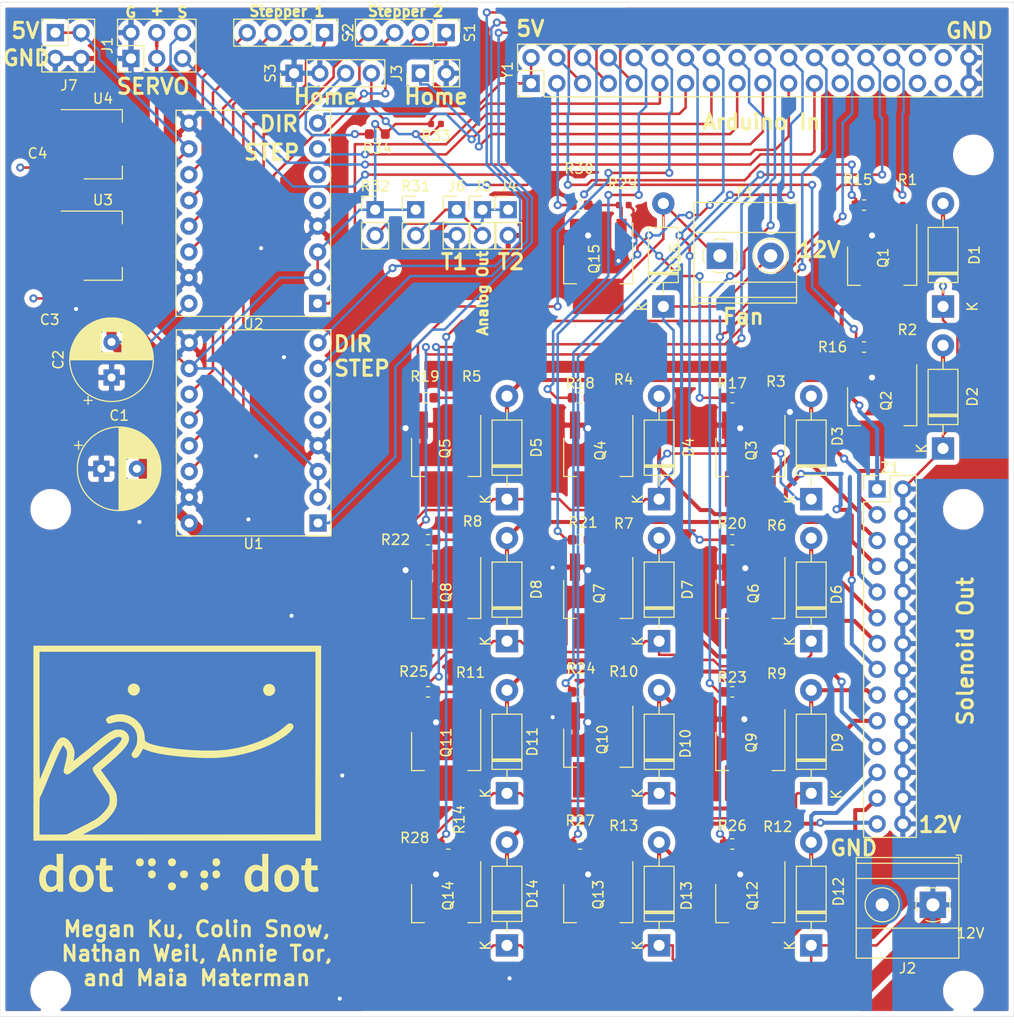
<source format=kicad_pcb>
(kicad_pcb (version 20171130) (host pcbnew "(5.0.1)-3")
  (layers (0 F.Cu signal) (31 B.Cu signal) (34 B.Paste user hide) (35 F.Paste user hide) (36 B.SilkS user) (37 F.SilkS user) (38 B.Mask user hide) (39 F.Mask user hide) (44 Edge.Cuts user hide))
  (net 0 "")
  (net 1 12V)
  (net 2 GND)
  (net 3 5V)
  (net 4 "Net-(D1-Pad2)")
  (net 5 "Net-(D2-Pad2)")
  (net 6 "Net-(D3-Pad2)")
  (net 7 "Net-(D4-Pad2)")
  (net 8 "Net-(D5-Pad2)")
  (net 9 "Net-(D6-Pad2)")
  (net 10 "Net-(D7-Pad2)")
  (net 11 "Net-(D8-Pad2)")
  (net 12 "Net-(D9-Pad2)")
  (net 13 "Net-(D10-Pad2)")
  (net 14 "Net-(D11-Pad2)")
  (net 15 "Net-(D12-Pad2)")
  (net 16 "Net-(D13-Pad2)")
  (net 17 "Net-(D14-Pad2)")
  (net 18 "Net-(Q1-Pad1)")
  (net 19 "Net-(Q2-Pad1)")
  (net 20 "Net-(Q3-Pad1)")
  (net 21 "Net-(Q4-Pad1)")
  (net 22 "Net-(Q5-Pad1)")
  (net 23 "Net-(Q6-Pad1)")
  (net 24 "Net-(Q7-Pad1)")
  (net 25 "Net-(Q8-Pad1)")
  (net 26 "Net-(Q9-Pad1)")
  (net 27 "Net-(Q10-Pad1)")
  (net 28 "Net-(Q11-Pad1)")
  (net 29 "Net-(Q12-Pad1)")
  (net 30 "Net-(Q13-Pad1)")
  (net 31 "Net-(Q14-Pad1)")
  (net 32 "Net-(U1-Pad6)")
  (net 33 "Net-(U1-Pad5)")
  (net 34 "Net-(U2-Pad5)")
  (net 35 "Net-(U2-Pad6)")
  (net 36 "Net-(D15-Pad2)")
  (net 37 "Net-(Q15-Pad1)")
  (net 38 Servo5V)
  (net 39 Servo1)
  (net 40 Servo2)
  (net 41 HomeSwitch)
  (net 42 "Net-(J4-Pad1)")
  (net 43 "Net-(J5-Pad2)")
  (net 44 Fan)
  (net 45 PaperHome)
  (net 46 "Net-(S1-Pad1)")
  (net 47 "Net-(S1-Pad2)")
  (net 48 "Net-(S1-Pad3)")
  (net 49 "Net-(S1-Pad4)")
  (net 50 "Net-(S2-Pad4)")
  (net 51 "Net-(S2-Pad3)")
  (net 52 "Net-(S2-Pad2)")
  (net 53 "Net-(S2-Pad1)")
  (net 54 StD1Dir)
  (net 55 StD1St)
  (net 56 StD1En)
  (net 57 StD2En)
  (net 58 StD2St)
  (net 59 StD2Dir)
  (net 60 "Net-(Y1-Pad25)")
  (net 61 "Net-(Y1-Pad27)")
  (net 62 "Net-(Y1-Pad29)")
  (net 63 "Net-(Y1-Pad31)")
  (net 64 "Net-(Y1-Pad32)")
  (net 65 "Net-(Y1-Pad33)")
  (net 66 "Net-(Y1-Pad34)")
  (net 67 "Net-(R15-Pad1)")
  (net 68 "Net-(R16-Pad1)")
  (net 69 "Net-(R17-Pad1)")
  (net 70 "Net-(R18-Pad1)")
  (net 71 "Net-(R19-Pad1)")
  (net 72 "Net-(R20-Pad1)")
  (net 73 "Net-(R21-Pad1)")
  (net 74 "Net-(R22-Pad1)")
  (net 75 "Net-(R23-Pad1)")
  (net 76 "Net-(R24-Pad1)")
  (net 77 "Net-(R25-Pad1)")
  (net 78 "Net-(R26-Pad1)")
  (net 79 "Net-(R27-Pad1)")
  (net 80 "Net-(R28-Pad1)")
  (net 81 "Net-(R34-Pad2)")
  (module Capacitor_SMD:C_0201_0603Metric (layer F.Cu) (at 29.8 44.2)
    (fp_text reference C3 (at 0.1 2.1) (layer F.SilkS))
    (fp_text value C_0201_0603Metric)
    (pad 1 smd roundrect (at -0.32 0) (size 0.46 0.4) (layers F.Cu F.Mask))
    (pad 2 smd roundrect (at 0.32 0) (size 0.46 0.4) (layers F.Cu F.Mask))
  )
  (module TerminalBlock_Phoenix:TerminalBlock_Phoenix_MKDS-1,5-2_1x02_P5.00mm_Horizontal (layer F.Cu) (at 96 40)
    (fp_text reference F1 (at 2.5 -6.26) (layer F.SilkS))
    (fp_text value "Fan_Screw_Terminal A97996-ND ")
    (pad 1 thru_hole rect (at 0 0) (size 2.6 2.6) (drill 1.3) (layers *.Cu *.Mask) (net 36 "Net-(D15-Pad2)"))
    (pad 2 thru_hole circle (at 5 0) (size 2.6 2.6) (drill 1.3) (layers *.Cu *.Mask) (net 1 12V))
  )
  (module MountingHole:MountingHole_3mm (layer F.Cu) (at 120 65)
    (fp_text reference REF** hide)
    (fp_text value MountingHole_3mm)
    (pad 1 np_thru_hole circle (at 0 0) (size 3 3) (drill 3) (layers *.Cu *.Mask))
  )
  (module MountingHole:MountingHole_3mm (layer F.Cu) (at 30 65)
    (fp_text reference REF** hide)
    (fp_text value MountingHole_3mm)
    (pad 1 np_thru_hole circle (at 0 0) (size 3 3) (drill 3) (layers *.Cu *.Mask))
  )
  (module MountingHole:MountingHole_3mm (layer F.Cu) (at 121 30.05)
    (fp_text reference REF** hide)
    (fp_text value MountingHole_3mm)
    (pad "" np_thru_hole circle (at 0 0) (size 3 3) (drill 3) (layers *.Cu *.Mask))
  )
  (module MountingHole:MountingHole_3mm (layer F.Cu) (at 30 112.5)
    (fp_text reference "" hide)
    (fp_text value MountingHole_3mm)
    (pad 1 np_thru_hole circle (at 0 0) (size 3 3) (drill 3) (layers *.Cu *.Mask))
  )
  (module Connector_PinHeader_2.54mm:PinHeader_1x04_P2.54mm_Vertical (layer F.Cu) (at 57 18 270)
    (fp_text reference S2 (at 0 -2.33 90) (layer F.SilkS))
    (fp_text value StepperMotor2)
    (pad 4 thru_hole oval (at 0 7.62 270) (size 1.7 1.7) (drill 1) (layers *.Cu *.Mask) (net 50 "Net-(S2-Pad4)"))
    (pad 3 thru_hole oval (at 0 5.08 270) (size 1.7 1.7) (drill 1) (layers *.Cu *.Mask) (net 51 "Net-(S2-Pad3)"))
    (pad 2 thru_hole oval (at 0 2.54 270) (size 1.7 1.7) (drill 1) (layers *.Cu *.Mask) (net 52 "Net-(S2-Pad2)"))
    (pad 1 thru_hole rect (at 0 0 270) (size 1.7 1.7) (drill 1) (layers *.Cu *.Mask) (net 53 "Net-(S2-Pad1)"))
  )
  (module Capacitor_THT:CP_Radial_D8.0mm_P3.50mm (layer F.Cu) (at 35 61)
    (fp_text reference C1 (at 1.75 -5.25) (layer F.SilkS))
    (fp_text value C)
    (pad 2 thru_hole circle (at 3.5 0) (size 1.6 1.6) (drill 0.8) (layers *.Cu *.Mask) (net 1 12V))
    (pad 1 thru_hole rect (at 0 0) (size 1.6 1.6) (drill 0.8) (layers *.Cu *.Mask) (net 2 GND))
  )
  (module Capacitor_THT:CP_Radial_D8.0mm_P3.50mm (layer F.Cu) (at 36 52 90)
    (fp_text reference C2 (at 1.75 -5.25 90) (layer F.SilkS))
    (fp_text value C)
    (pad 1 thru_hole rect (at 0 0 90) (size 1.6 1.6) (drill 0.8) (layers *.Cu *.Mask) (net 2 GND))
    (pad 2 thru_hole circle (at 3.5 0 90) (size 1.6 1.6) (drill 0.8) (layers *.Cu *.Mask) (net 1 12V))
  )
  (module Diode_THT:D_DO-41_SOD81_P10.16mm_Horizontal (layer F.Cu) (at 105 108 90)
    (fp_text reference D12 (at 5.3 2.7 90) (layer F.SilkS))
    (fp_text value 1N4003)
    (fp_text user K (at 0 -2.1 90) (layer F.SilkS))
    (pad 2 thru_hole oval (at 10.16 0 90) (size 2.2 2.2) (drill 1.1) (layers *.Cu *.Mask) (net 15 "Net-(D12-Pad2)"))
    (pad 1 thru_hole rect (at 0 0 90) (size 2.2 2.2) (drill 1.1) (layers *.Cu *.Mask) (net 1 12V))
  )
  (module Diode_THT:D_DO-41_SOD81_P10.16mm_Horizontal (layer F.Cu) (at 75 108 90)
    (fp_text reference D14 (at 5.08 2.5 90) (layer F.SilkS))
    (fp_text value 1N4003)
    (fp_text user K (at 0 -2.1 90) (layer F.SilkS))
    (pad 1 thru_hole rect (at 0 0 90) (size 2.2 2.2) (drill 1.1) (layers *.Cu *.Mask) (net 1 12V))
    (pad 2 thru_hole oval (at 10.16 0 90) (size 2.2 2.2) (drill 1.1) (layers *.Cu *.Mask) (net 17 "Net-(D14-Pad2)"))
  )
  (module Diode_THT:D_DO-41_SOD81_P10.16mm_Horizontal (layer F.Cu) (at 90 93 90)
    (fp_text reference D10 (at 4.9 2.6 90) (layer F.SilkS))
    (fp_text value 1N4003)
    (fp_text user K (at 0 -2.1 90) (layer F.SilkS))
    (pad 2 thru_hole oval (at 10.16 0 90) (size 2.2 2.2) (drill 1.1) (layers *.Cu *.Mask) (net 13 "Net-(D10-Pad2)"))
    (pad 1 thru_hole rect (at 0 0 90) (size 2.2 2.2) (drill 1.1) (layers *.Cu *.Mask) (net 1 12V))
  )
  (module Diode_THT:D_DO-41_SOD81_P10.16mm_Horizontal (layer F.Cu) (at 90 64 90)
    (fp_text reference D4 (at 5.1 2.9 90) (layer F.SilkS))
    (fp_text value 1N4003)
    (fp_text user K (at 0 -2.1 90) (layer F.SilkS))
    (pad 1 thru_hole rect (at 0 0 90) (size 2.2 2.2) (drill 1.1) (layers *.Cu *.Mask) (net 1 12V))
    (pad 2 thru_hole oval (at 10.16 0 90) (size 2.2 2.2) (drill 1.1) (layers *.Cu *.Mask) (net 7 "Net-(D4-Pad2)"))
  )
  (module Diode_THT:D_DO-41_SOD81_P10.16mm_Horizontal (layer F.Cu) (at 105 78 90)
    (fp_text reference D6 (at 4.6 2.5 90) (layer F.SilkS))
    (fp_text value 1N4003)
    (fp_text user K (at 0 -2.1 90) (layer F.SilkS))
    (pad 2 thru_hole oval (at 10.16 0 90) (size 2.2 2.2) (drill 1.1) (layers *.Cu *.Mask) (net 9 "Net-(D6-Pad2)"))
    (pad 1 thru_hole rect (at 0 0 90) (size 2.2 2.2) (drill 1.1) (layers *.Cu *.Mask) (net 1 12V))
  )
  (module Diode_THT:D_DO-41_SOD81_P10.16mm_Horizontal (layer F.Cu) (at 75 78 90)
    (fp_text reference D8 (at 5.1 2.9 90) (layer F.SilkS))
    (fp_text value 1N4003)
    (fp_text user K (at 0 -2.1 90) (layer F.SilkS))
    (pad 2 thru_hole oval (at 10.16 0 90) (size 2.2 2.2) (drill 1.1) (layers *.Cu *.Mask) (net 11 "Net-(D8-Pad2)"))
    (pad 1 thru_hole rect (at 0 0 90) (size 2.2 2.2) (drill 1.1) (layers *.Cu *.Mask) (net 1 12V))
  )
  (module Diode_THT:D_DO-41_SOD81_P10.16mm_Horizontal (layer F.Cu) (at 118 59 90)
    (fp_text reference D2 (at 5.1 2.9 90) (layer F.SilkS))
    (fp_text value 1N4003)
    (fp_text user K (at 0 -2.1 90) (layer F.SilkS))
    (pad 2 thru_hole oval (at 10.16 0 90) (size 2.2 2.2) (drill 1.1) (layers *.Cu *.Mask) (net 5 "Net-(D2-Pad2)"))
    (pad 1 thru_hole rect (at 0 0 90) (size 2.2 2.2) (drill 1.1) (layers *.Cu *.Mask) (net 1 12V))
  )
  (module Diode_THT:D_DO-41_SOD81_P10.16mm_Horizontal (layer F.Cu) (at 75 93 90)
    (fp_text reference D11 (at 5.08 2.5 90) (layer F.SilkS))
    (fp_text value 1N4003)
    (fp_text user K (at 0 -2.1 90) (layer F.SilkS))
    (pad 1 thru_hole rect (at 0 0 90) (size 2.2 2.2) (drill 1.1) (layers *.Cu *.Mask) (net 1 12V))
    (pad 2 thru_hole oval (at 10.16 0 90) (size 2.2 2.2) (drill 1.1) (layers *.Cu *.Mask) (net 14 "Net-(D11-Pad2)"))
  )
  (module Diode_THT:D_DO-41_SOD81_P10.16mm_Horizontal (layer F.Cu) (at 90 108 90)
    (fp_text reference D13 (at 4.9 2.7 90) (layer F.SilkS))
    (fp_text value 1N4003)
    (fp_text user K (at 0 -2.1 90) (layer F.SilkS))
    (pad 2 thru_hole oval (at 10.16 0 90) (size 2.2 2.2) (drill 1.1) (layers *.Cu *.Mask) (net 16 "Net-(D13-Pad2)"))
    (pad 1 thru_hole rect (at 0 0 90) (size 2.2 2.2) (drill 1.1) (layers *.Cu *.Mask) (net 1 12V))
  )
  (module Diode_THT:D_DO-41_SOD81_P10.16mm_Horizontal (layer F.Cu) (at 105 93 90)
    (fp_text reference D9 (at 5 2.6 90) (layer F.SilkS))
    (fp_text value 1N4003)
    (fp_text user K (at -0.1 2.5 90) (layer F.SilkS))
    (pad 1 thru_hole rect (at 0 0 90) (size 2.2 2.2) (drill 1.1) (layers *.Cu *.Mask) (net 1 12V))
    (pad 2 thru_hole oval (at 10.16 0 90) (size 2.2 2.2) (drill 1.1) (layers *.Cu *.Mask) (net 12 "Net-(D9-Pad2)"))
  )
  (module Diode_THT:D_DO-41_SOD81_P10.16mm_Horizontal (layer F.Cu) (at 105 64 90)
    (fp_text reference D3 (at 6.2 2.6 90) (layer F.SilkS))
    (fp_text value 1N4003)
    (fp_text user K (at 0 -2.1 90) (layer F.SilkS))
    (pad 1 thru_hole rect (at 0 0 90) (size 2.2 2.2) (drill 1.1) (layers *.Cu *.Mask) (net 1 12V))
    (pad 2 thru_hole oval (at 10.16 0 90) (size 2.2 2.2) (drill 1.1) (layers *.Cu *.Mask) (net 6 "Net-(D3-Pad2)"))
  )
  (module Diode_THT:D_DO-41_SOD81_P10.16mm_Horizontal (layer F.Cu) (at 75 64 90)
    (fp_text reference D5 (at 5.08 2.9 90) (layer F.SilkS))
    (fp_text value 1N4003)
    (fp_text user K (at 0 -2.1 90) (layer F.SilkS))
    (pad 1 thru_hole rect (at 0 0 90) (size 2.2 2.2) (drill 1.1) (layers *.Cu *.Mask) (net 1 12V))
    (pad 2 thru_hole oval (at 10.16 0 90) (size 2.2 2.2) (drill 1.1) (layers *.Cu *.Mask) (net 8 "Net-(D5-Pad2)"))
  )
  (module Diode_THT:D_DO-41_SOD81_P10.16mm_Horizontal (layer F.Cu) (at 90 78 90)
    (fp_text reference D7 (at 5.08 2.8 90) (layer F.SilkS))
    (fp_text value 1N4003)
    (fp_text user K (at 0 -2.1 90) (layer F.SilkS))
    (pad 1 thru_hole rect (at 0 0 90) (size 2.2 2.2) (drill 1.1) (layers *.Cu *.Mask) (net 1 12V))
    (pad 2 thru_hole oval (at 10.16 0 90) (size 2.2 2.2) (drill 1.1) (layers *.Cu *.Mask) (net 10 "Net-(D7-Pad2)"))
  )
  (module Diode_THT:D_DO-41_SOD81_P10.16mm_Horizontal (layer F.Cu) (at 118 45 90)
    (fp_text reference D1 (at 5.08 3.1 90) (layer F.SilkS))
    (fp_text value 1N4003)
    (fp_text user K (at 0 2.9 90) (layer F.SilkS))
    (pad 1 thru_hole rect (at 0 0 90) (size 2.2 2.2) (drill 1.1) (layers *.Cu *.Mask) (net 1 12V))
    (pad 2 thru_hole oval (at 10.16 0 90) (size 2.2 2.2) (drill 1.1) (layers *.Cu *.Mask) (net 4 "Net-(D1-Pad2)"))
  )
  (module Diode_THT:D_DO-41_SOD81_P10.16mm_Horizontal (layer F.Cu) (at 90.42 45 90)
    (fp_text reference D15 (at 4.8 1.18 90) (layer F.SilkS))
    (fp_text value 1N4003)
    (fp_text user K (at 0 -2.1 90) (layer F.SilkS))
    (pad 2 thru_hole oval (at 10.16 0 90) (size 2.2 2.2) (drill 1.1) (layers *.Cu *.Mask) (net 36 "Net-(D15-Pad2)"))
    (pad 1 thru_hole rect (at 0 0 90) (size 2.2 2.2) (drill 1.1) (layers *.Cu *.Mask) (net 1 12V))
  )
  (module Connector_PinHeader_2.54mm:PinHeader_2x03_P2.54mm_Vertical (layer F.Cu) (at 37.92 20.54 90)
    (fp_text reference J1 (at 1.27 -2.33 90) (layer F.SilkS))
    (fp_text value RollerServos)
    (pad 1 thru_hole rect (at 0 0 90) (size 1.7 1.7) (drill 1) (layers *.Cu *.Mask) (net 2 GND))
    (pad 2 thru_hole oval (at 2.54 0 90) (size 1.7 1.7) (drill 1) (layers *.Cu *.Mask) (net 2 GND))
    (pad 3 thru_hole oval (at 0 2.54 90) (size 1.7 1.7) (drill 1) (layers *.Cu *.Mask) (net 38 Servo5V))
    (pad 4 thru_hole oval (at 2.54 2.54 90) (size 1.7 1.7) (drill 1) (layers *.Cu *.Mask) (net 38 Servo5V))
    (pad 5 thru_hole oval (at 0 5.08 90) (size 1.7 1.7) (drill 1) (layers *.Cu *.Mask) (net 39 Servo1))
    (pad 6 thru_hole oval (at 2.54 5.08 90) (size 1.7 1.7) (drill 1) (layers *.Cu *.Mask) (net 40 Servo2))
  )
  (module TerminalBlock_Phoenix:TerminalBlock_Phoenix_MKDS-1,5-2_1x02_P5.00mm_Horizontal (layer F.Cu) (at 117 104 180)
    (fp_text reference J2 (at 2.5 -6.26) (layer F.SilkS))
    (fp_text value "12V_Power A97996-ND ")
    (pad 2 thru_hole circle (at 5 0 180) (size 2.6 2.6) (drill 1.3) (layers *.Cu *.Mask) (net 2 GND))
    (pad 1 thru_hole rect (at 0 0 180) (size 2.6 2.6) (drill 1.3) (layers *.Cu *.Mask) (net 1 12V))
  )
  (module Connector_PinHeader_2.54mm:PinHeader_1x02_P2.54mm_Vertical (layer F.Cu) (at 66.46 22 90)
    (fp_text reference J3 (at 0 -2.33 90) (layer F.SilkS))
    (fp_text value HomeSwitch)
    (pad 1 thru_hole rect (at 0 0 90) (size 1.7 1.7) (drill 1) (layers *.Cu *.Mask) (net 41 HomeSwitch))
    (pad 2 thru_hole oval (at 0 2.54 90) (size 1.7 1.7) (drill 1) (layers *.Cu *.Mask) (net 2 GND))
  )
  (module Connector_PinHeader_2.54mm:PinHeader_1x02_P2.54mm_Vertical (layer F.Cu) (at 75.12 35.46)
    (fp_text reference J4 (at 0 -2.33) (layer F.SilkS))
    (fp_text value Therm1)
    (pad 1 thru_hole rect (at 0 0) (size 1.7 1.7) (drill 1) (layers *.Cu *.Mask) (net 42 "Net-(J4-Pad1)"))
    (pad 2 thru_hole oval (at 0 2.54) (size 1.7 1.7) (drill 1) (layers *.Cu *.Mask) (net 2 GND))
  )
  (module Connector_PinHeader_2.54mm:PinHeader_1x02_P2.54mm_Vertical (layer F.Cu) (at 72.58 35.46)
    (fp_text reference J5 (at 0 -2.33) (layer F.SilkS))
    (fp_text value ArdAnalogTherm)
    (pad 2 thru_hole oval (at 0 2.54) (size 1.7 1.7) (drill 1) (layers *.Cu *.Mask) (net 43 "Net-(J5-Pad2)"))
    (pad 1 thru_hole rect (at 0 0) (size 1.7 1.7) (drill 1) (layers *.Cu *.Mask) (net 42 "Net-(J4-Pad1)"))
  )
  (module Connector_PinHeader_2.54mm:PinHeader_1x02_P2.54mm_Vertical (layer F.Cu) (at 70.04 35.46)
    (fp_text reference J6 (at 0 -2.33) (layer F.SilkS))
    (fp_text value Therm2)
    (pad 2 thru_hole oval (at 0 2.54) (size 1.7 1.7) (drill 1) (layers *.Cu *.Mask) (net 2 GND))
    (pad 1 thru_hole rect (at 0 0) (size 1.7 1.7) (drill 1) (layers *.Cu *.Mask) (net 43 "Net-(J5-Pad2)"))
  )
  (module Connector_PinHeader_2.54mm:PinHeader_2x02_P2.54mm_Vertical (layer F.Cu) (at 30.46 18)
    (fp_text reference J7 (at 1.34 5.2) (layer F.SilkS))
    (fp_text value Conn_02x02_Odd_Even)
    (pad 1 thru_hole rect (at 0 0) (size 1.7 1.7) (drill 1) (layers *.Cu *.Mask) (net 3 5V))
    (pad 2 thru_hole oval (at 2.54 0) (size 1.7 1.7) (drill 1) (layers *.Cu *.Mask) (net 3 5V))
    (pad 3 thru_hole oval (at 0 2.54) (size 1.7 1.7) (drill 1) (layers *.Cu *.Mask) (net 2 GND))
    (pad 4 thru_hole oval (at 2.54 2.54) (size 1.7 1.7) (drill 1) (layers *.Cu *.Mask) (net 2 GND))
  )
  (module custom_symbols:SOT-223-edited (layer F.Cu) (at 99 103.85 270)
    (fp_text reference Q12 (at -0.75 -0.2 90) (layer F.SilkS))
    (fp_text value DMN6140L)
    (pad 2 smd rect (at 3.15 0 270) (size 3.5 5) (layers F.Cu F.Paste F.Mask) (net 15 "Net-(D12-Pad2)"))
    (pad 3 smd rect (at -3.15 2.3 270) (size 2.7 1) (layers F.Cu F.Paste F.Mask) (net 2 GND))
    (pad 1 smd rect (at -3.15 -2.3 270) (size 2.7 1) (layers F.Cu F.Paste F.Mask) (net 29 "Net-(Q12-Pad1)"))
  )
  (module custom_symbols:SOT-223-edited (layer F.Cu) (at 69 103.85 270)
    (fp_text reference Q14 (at -0.75 -0.2 90) (layer F.SilkS))
    (fp_text value DMN6140L)
    (pad 2 smd rect (at 3.15 0 270) (size 3.5 5) (layers F.Cu F.Paste F.Mask) (net 17 "Net-(D14-Pad2)"))
    (pad 3 smd rect (at -3.15 2.3 270) (size 2.7 1) (layers F.Cu F.Paste F.Mask) (net 2 GND))
    (pad 1 smd rect (at -3.15 -2.3 270) (size 2.7 1) (layers F.Cu F.Paste F.Mask) (net 31 "Net-(Q14-Pad1)"))
  )
  (module custom_symbols:SOT-223-edited (layer F.Cu) (at 84 88.522 270)
    (fp_text reference Q10 (at -0.822 -0.4 90) (layer F.SilkS))
    (fp_text value DMN6140L)
    (pad 2 smd rect (at 3.15 0 270) (size 3.5 5) (layers F.Cu F.Paste F.Mask) (net 13 "Net-(D10-Pad2)"))
    (pad 3 smd rect (at -3.15 2.3 270) (size 2.7 1) (layers F.Cu F.Paste F.Mask) (net 2 GND))
    (pad 1 smd rect (at -3.15 -2.3 270) (size 2.7 1) (layers F.Cu F.Paste F.Mask) (net 27 "Net-(Q10-Pad1)"))
  )
  (module custom_symbols:SOT-223-edited (layer F.Cu) (at 84 59.85 270)
    (fp_text reference Q4 (at -0.65 -0.2 90) (layer F.SilkS))
    (fp_text value DMN6140L)
    (pad 2 smd rect (at 3.15 0 270) (size 3.5 5) (layers F.Cu F.Paste F.Mask) (net 7 "Net-(D4-Pad2)"))
    (pad 3 smd rect (at -3.15 2.3 270) (size 2.7 1) (layers F.Cu F.Paste F.Mask) (net 2 GND))
    (pad 1 smd rect (at -3.15 -2.3 270) (size 2.7 1) (layers F.Cu F.Paste F.Mask) (net 21 "Net-(Q4-Pad1)"))
  )
  (module custom_symbols:SOT-223-edited (layer F.Cu) (at 99 73.85 270)
    (fp_text reference Q6 (at -0.55 -0.3 90) (layer F.SilkS))
    (fp_text value DMN6140L)
    (pad 2 smd rect (at 3.15 0 270) (size 3.5 5) (layers F.Cu F.Paste F.Mask) (net 9 "Net-(D6-Pad2)"))
    (pad 3 smd rect (at -3.15 2.3 270) (size 2.7 1) (layers F.Cu F.Paste F.Mask) (net 2 GND))
    (pad 1 smd rect (at -3.15 -2.3 270) (size 2.7 1) (layers F.Cu F.Paste F.Mask) (net 23 "Net-(Q6-Pad1)"))
  )
  (module custom_symbols:SOT-223-edited (layer F.Cu) (at 69 73.85 270)
    (fp_text reference Q8 (at -0.65 0 90) (layer F.SilkS))
    (fp_text value DMN6140L)
    (pad 1 smd rect (at -3.15 -2.3 270) (size 2.7 1) (layers F.Cu F.Paste F.Mask) (net 25 "Net-(Q8-Pad1)"))
    (pad 3 smd rect (at -3.15 2.3 270) (size 2.7 1) (layers F.Cu F.Paste F.Mask) (net 2 GND))
    (pad 2 smd rect (at 3.15 0 270) (size 3.5 5) (layers F.Cu F.Paste F.Mask) (net 11 "Net-(D8-Pad2)"))
  )
  (module custom_symbols:SOT-223-edited (layer F.Cu) (at 112 54.85 270)
    (fp_text reference Q2 (at -0.55 -0.4 90) (layer F.SilkS))
    (fp_text value DMN6140L)
    (pad 2 smd rect (at 3.15 0 270) (size 3.5 5) (layers F.Cu F.Paste F.Mask) (net 5 "Net-(D2-Pad2)"))
    (pad 3 smd rect (at -3.15 2.3 270) (size 2.7 1) (layers F.Cu F.Paste F.Mask) (net 2 GND))
    (pad 1 smd rect (at -3.15 -2.3 270) (size 2.7 1) (layers F.Cu F.Paste F.Mask) (net 19 "Net-(Q2-Pad1)"))
  )
  (module custom_symbols:SOT-223-edited (layer F.Cu) (at 69 88.85 270)
    (fp_text reference Q11 (at -0.85 0 90) (layer F.SilkS))
    (fp_text value DMN6140L)
    (pad 1 smd rect (at -3.15 -2.3 270) (size 2.7 1) (layers F.Cu F.Paste F.Mask) (net 28 "Net-(Q11-Pad1)"))
    (pad 3 smd rect (at -3.15 2.3 270) (size 2.7 1) (layers F.Cu F.Paste F.Mask) (net 2 GND))
    (pad 2 smd rect (at 3.15 0 270) (size 3.5 5) (layers F.Cu F.Paste F.Mask) (net 14 "Net-(D11-Pad2)"))
  )
  (module custom_symbols:SOT-223-edited (layer F.Cu) (at 84 103.85 270)
    (fp_text reference Q13 (at -0.85 0 90) (layer F.SilkS))
    (fp_text value DMN6140L)
    (pad 1 smd rect (at -3.15 -2.3 270) (size 2.7 1) (layers F.Cu F.Paste F.Mask) (net 30 "Net-(Q13-Pad1)"))
    (pad 3 smd rect (at -3.15 2.3 270) (size 2.7 1) (layers F.Cu F.Paste F.Mask) (net 2 GND))
    (pad 2 smd rect (at 3.15 0 270) (size 3.5 5) (layers F.Cu F.Paste F.Mask) (net 16 "Net-(D13-Pad2)"))
  )
  (module custom_symbols:SOT-223-edited (layer F.Cu) (at 99 88.85 270)
    (fp_text reference Q9 (at -0.85 -0.1 90) (layer F.SilkS))
    (fp_text value DMN6140L)
    (pad 2 smd rect (at 3.15 0 270) (size 3.5 5) (layers F.Cu F.Paste F.Mask) (net 12 "Net-(D9-Pad2)"))
    (pad 3 smd rect (at -3.15 2.3 270) (size 2.7 1) (layers F.Cu F.Paste F.Mask) (net 2 GND))
    (pad 1 smd rect (at -3.15 -2.3 270) (size 2.7 1) (layers F.Cu F.Paste F.Mask) (net 26 "Net-(Q9-Pad1)"))
  )
  (module custom_symbols:SOT-223-edited (layer F.Cu) (at 99 59.85 270)
    (fp_text reference Q3 (at -0.65 -0.1 90) (layer F.SilkS))
    (fp_text value DMN6140L)
    (pad 2 smd rect (at 3.15 0 270) (size 3.5 5) (layers F.Cu F.Paste F.Mask) (net 6 "Net-(D3-Pad2)"))
    (pad 3 smd rect (at -3.15 2.3 270) (size 2.7 1) (layers F.Cu F.Paste F.Mask) (net 2 GND))
    (pad 1 smd rect (at -3.15 -2.3 270) (size 2.7 1) (layers F.Cu F.Paste F.Mask) (net 20 "Net-(Q3-Pad1)"))
  )
  (module custom_symbols:SOT-223-edited (layer F.Cu) (at 69 59.85 270)
    (fp_text reference Q5 (at -0.85 0.1 90) (layer F.SilkS))
    (fp_text value DMN6140L)
    (pad 1 smd rect (at -3.15 -2.3 270) (size 2.7 1) (layers F.Cu F.Paste F.Mask) (net 22 "Net-(Q5-Pad1)"))
    (pad 3 smd rect (at -3.15 2.3 270) (size 2.7 1) (layers F.Cu F.Paste F.Mask) (net 2 GND))
    (pad 2 smd rect (at 3.15 0 270) (size 3.5 5) (layers F.Cu F.Paste F.Mask) (net 8 "Net-(D5-Pad2)"))
  )
  (module custom_symbols:SOT-223-edited (layer F.Cu) (at 84 73.85 270)
    (fp_text reference Q7 (at -0.55 -0.1 90) (layer F.SilkS))
    (fp_text value DMN6140L)
    (pad 1 smd rect (at -3.15 -2.3 270) (size 2.7 1) (layers F.Cu F.Paste F.Mask) (net 24 "Net-(Q7-Pad1)"))
    (pad 3 smd rect (at -3.15 2.3 270) (size 2.7 1) (layers F.Cu F.Paste F.Mask) (net 2 GND))
    (pad 2 smd rect (at 3.15 0 270) (size 3.5 5) (layers F.Cu F.Paste F.Mask) (net 10 "Net-(D7-Pad2)"))
  )
  (module custom_symbols:SOT-223-edited (layer F.Cu) (at 112 41 270)
    (fp_text reference Q1 (at -0.8 -0.1 90) (layer F.SilkS))
    (fp_text value DMN6140L)
    (pad 1 smd rect (at -3.15 -2.3 270) (size 2.7 1) (layers F.Cu F.Paste F.Mask) (net 18 "Net-(Q1-Pad1)"))
    (pad 3 smd rect (at -3.15 2.3 270) (size 2.7 1) (layers F.Cu F.Paste F.Mask) (net 2 GND))
    (pad 2 smd rect (at 3.15 0 270) (size 3.5 5) (layers F.Cu F.Paste F.Mask) (net 4 "Net-(D1-Pad2)"))
  )
  (module custom_symbols:SOT-223-edited (layer F.Cu) (at 84 40.85 270)
    (fp_text reference Q15 (at -0.55 0.4 90) (layer F.SilkS))
    (fp_text value DMN6140L)
    (pad 1 smd rect (at -3.15 -2.3 270) (size 2.7 1) (layers F.Cu F.Paste F.Mask) (net 37 "Net-(Q15-Pad1)"))
    (pad 3 smd rect (at -3.15 2.3 270) (size 2.7 1) (layers F.Cu F.Paste F.Mask) (net 2 GND))
    (pad 2 smd rect (at 3.15 0 270) (size 3.5 5) (layers F.Cu F.Paste F.Mask) (net 36 "Net-(D15-Pad2)"))
  )
  (module Resistor_SMD:R_0603_1608Metric (layer F.Cu) (at 97.2125 98)
    (fp_text reference R26 (at 0 -1.8) (layer F.SilkS))
    (fp_text value 200_Ohm_R)
    (pad 1 smd roundrect (at -0.7875 0) (size 0.875 0.95) (layers F.Cu F.Paste F.Mask) (net 78 "Net-(R26-Pad1)"))
    (pad 2 smd roundrect (at 0.7875 0) (size 0.875 0.95) (layers F.Cu F.Paste F.Mask) (net 29 "Net-(Q12-Pad1)"))
  )
  (module Resistor_SMD:R_0603_1608Metric (layer F.Cu) (at 69.2125 98)
    (fp_text reference R28 (at -3.3125 -0.6) (layer F.SilkS))
    (fp_text value 200_Ohm_R)
    (pad 2 smd roundrect (at 0.7875 0) (size 0.875 0.95) (layers F.Cu F.Paste F.Mask) (net 31 "Net-(Q14-Pad1)"))
    (pad 1 smd roundrect (at -0.7875 0) (size 0.875 0.95) (layers F.Cu F.Paste F.Mask) (net 80 "Net-(R28-Pad1)"))
  )
  (module Resistor_SMD:R_0603_1608Metric (layer F.Cu) (at 82.2125 83)
    (fp_text reference R24 (at 0.0875 -2.3) (layer F.SilkS))
    (fp_text value 200_Ohm_R)
    (pad 2 smd roundrect (at 0.7875 0) (size 0.875 0.95) (layers F.Cu F.Paste F.Mask) (net 27 "Net-(Q10-Pad1)"))
    (pad 1 smd roundrect (at -0.7875 0) (size 0.875 0.95) (layers F.Cu F.Paste F.Mask) (net 76 "Net-(R24-Pad1)"))
  )
  (module Resistor_SMD:R_0603_1608Metric (layer F.Cu) (at 82.2125 54)
    (fp_text reference R18 (at 0 -1.43) (layer F.SilkS))
    (fp_text value 200_Ohm_R)
    (pad 1 smd roundrect (at -0.7875 0) (size 0.875 0.95) (layers F.Cu F.Paste F.Mask) (net 70 "Net-(R18-Pad1)"))
    (pad 2 smd roundrect (at 0.7875 0) (size 0.875 0.95) (layers F.Cu F.Paste F.Mask) (net 21 "Net-(Q4-Pad1)"))
  )
  (module Resistor_SMD:R_0603_1608Metric (layer F.Cu) (at 97.2125 68)
    (fp_text reference R20 (at -0.0125 -1.6) (layer F.SilkS))
    (fp_text value 200_Ohm_R)
    (pad 2 smd roundrect (at 0.7875 0) (size 0.875 0.95) (layers F.Cu F.Paste F.Mask) (net 23 "Net-(Q6-Pad1)"))
    (pad 1 smd roundrect (at -0.7875 0) (size 0.875 0.95) (layers F.Cu F.Paste F.Mask) (net 72 "Net-(R20-Pad1)"))
  )
  (module Resistor_SMD:R_0603_1608Metric (layer F.Cu) (at 67.2125 68)
    (fp_text reference R22 (at -3.2125 0) (layer F.SilkS))
    (fp_text value 200_Ohm_R)
    (pad 2 smd roundrect (at 0.7875 0) (size 0.875 0.95) (layers F.Cu F.Paste F.Mask) (net 25 "Net-(Q8-Pad1)"))
    (pad 1 smd roundrect (at -0.7875 0) (size 0.875 0.95) (layers F.Cu F.Paste F.Mask) (net 74 "Net-(R22-Pad1)"))
  )
  (module Resistor_SMD:R_0603_1608Metric (layer F.Cu) (at 110.2125 49)
    (fp_text reference R16 (at -3.1125 0) (layer F.SilkS))
    (fp_text value 200_Ohm_R)
    (pad 1 smd roundrect (at -0.7875 0) (size 0.875 0.95) (layers F.Cu F.Paste F.Mask) (net 68 "Net-(R16-Pad1)"))
    (pad 2 smd roundrect (at 0.7875 0) (size 0.875 0.95) (layers F.Cu F.Paste F.Mask) (net 19 "Net-(Q2-Pad1)"))
  )
  (module Resistor_SMD:R_0603_1608Metric (layer F.Cu) (at 67.2125 83)
    (fp_text reference R25 (at -1.4125 -2) (layer F.SilkS))
    (fp_text value 200_Ohm_R)
    (pad 2 smd roundrect (at 0.7875 0) (size 0.875 0.95) (layers F.Cu F.Paste F.Mask) (net 28 "Net-(Q11-Pad1)"))
    (pad 1 smd roundrect (at -0.7875 0) (size 0.875 0.95) (layers F.Cu F.Paste F.Mask) (net 77 "Net-(R25-Pad1)"))
  )
  (module Resistor_SMD:R_0603_1608Metric (layer F.Cu) (at 82.2125 98)
    (fp_text reference R27 (at 0 -2.3) (layer F.SilkS))
    (fp_text value 200_Ohm_R)
    (pad 2 smd roundrect (at 0.7875 0) (size 0.875 0.95) (layers F.Cu F.Paste F.Mask) (net 30 "Net-(Q13-Pad1)"))
    (pad 1 smd roundrect (at -0.7875 0) (size 0.875 0.95) (layers F.Cu F.Paste F.Mask) (net 79 "Net-(R27-Pad1)"))
  )
  (module Resistor_SMD:R_0603_1608Metric (layer F.Cu) (at 97.2125 83)
    (fp_text reference R23 (at 0 -1.43) (layer F.SilkS))
    (fp_text value 200_Ohm_R)
    (pad 1 smd roundrect (at -0.7875 0) (size 0.875 0.95) (layers F.Cu F.Paste F.Mask) (net 75 "Net-(R23-Pad1)"))
    (pad 2 smd roundrect (at 0.7875 0) (size 0.875 0.95) (layers F.Cu F.Paste F.Mask) (net 26 "Net-(Q9-Pad1)"))
  )
  (module Resistor_SMD:R_0603_1608Metric (layer F.Cu) (at 97.2125 54)
    (fp_text reference R17 (at 0 -1.43) (layer F.SilkS))
    (fp_text value 200_Ohm_R)
    (pad 1 smd roundrect (at -0.7875 0) (size 0.875 0.95) (layers F.Cu F.Paste F.Mask) (net 69 "Net-(R17-Pad1)"))
    (pad 2 smd roundrect (at 0.7875 0) (size 0.875 0.95) (layers F.Cu F.Paste F.Mask) (net 20 "Net-(Q3-Pad1)"))
  )
  (module Resistor_SMD:R_0603_1608Metric (layer F.Cu) (at 67 54)
    (fp_text reference R19 (at -0.1 -2.1) (layer F.SilkS))
    (fp_text value 200_Ohm_R)
    (pad 1 smd roundrect (at -0.7875 0) (size 0.875 0.95) (layers F.Cu F.Paste F.Mask) (net 71 "Net-(R19-Pad1)"))
    (pad 2 smd roundrect (at 0.7875 0) (size 0.875 0.95) (layers F.Cu F.Paste F.Mask) (net 22 "Net-(Q5-Pad1)"))
  )
  (module Resistor_SMD:R_0603_1608Metric (layer F.Cu) (at 82.2125 68)
    (fp_text reference R21 (at 0.2875 -1.7) (layer F.SilkS))
    (fp_text value 200_Ohm_R)
    (pad 1 smd roundrect (at -0.7875 0) (size 0.875 0.95) (layers F.Cu F.Paste F.Mask) (net 73 "Net-(R21-Pad1)"))
    (pad 2 smd roundrect (at 0.7875 0) (size 0.875 0.95) (layers F.Cu F.Paste F.Mask) (net 24 "Net-(Q7-Pad1)"))
  )
  (module Resistor_SMD:R_0603_1608Metric (layer F.Cu) (at 110.2125 35)
    (fp_text reference R15 (at -0.6125 -2.5) (layer F.SilkS))
    (fp_text value 200_Ohm_R)
    (pad 1 smd roundrect (at -0.7875 0) (size 0.875 0.95) (layers F.Cu F.Paste F.Mask) (net 67 "Net-(R15-Pad1)"))
    (pad 2 smd roundrect (at 0.7875 0) (size 0.875 0.95) (layers F.Cu F.Paste F.Mask) (net 18 "Net-(Q1-Pad1)"))
  )
  (module Resistor_SMD:R_0603_1608Metric (layer F.Cu) (at 82.2125 35)
    (fp_text reference R30 (at -0.1125 -3.6) (layer F.SilkS))
    (fp_text value 200_Ohm_R)
    (pad 2 smd roundrect (at 0.7875 0) (size 0.875 0.95) (layers F.Cu F.Paste F.Mask) (net 37 "Net-(Q15-Pad1)"))
    (pad 1 smd roundrect (at -0.7875 0) (size 0.875 0.95) (layers F.Cu F.Paste F.Mask) (net 44 Fan))
  )
  (module Connector_PinHeader_2.54mm:PinHeader_1x02_P2.54mm_Vertical (layer F.Cu) (at 66 35.46)
    (fp_text reference R31 (at 0 -2.33) (layer F.SilkS))
    (fp_text value ThermistorR)
    (pad 1 thru_hole rect (at 0 0) (size 1.7 1.7) (drill 1) (layers *.Cu *.Mask) (net 3 5V))
    (pad 2 thru_hole oval (at 0 2.54) (size 1.7 1.7) (drill 1) (layers *.Cu *.Mask) (net 42 "Net-(J4-Pad1)"))
  )
  (module Connector_PinHeader_2.54mm:PinHeader_1x02_P2.54mm_Vertical (layer F.Cu) (at 62 35.46)
    (fp_text reference R32 (at 0 -2.33) (layer F.SilkS))
    (fp_text value ThermistorR)
    (pad 2 thru_hole oval (at 0 2.54) (size 1.7 1.7) (drill 1) (layers *.Cu *.Mask) (net 43 "Net-(J5-Pad2)"))
    (pad 1 thru_hole rect (at 0 0) (size 1.7 1.7) (drill 1) (layers *.Cu *.Mask) (net 3 5V))
  )
  (module Resistor_SMD:R_0402_1005Metric (layer F.Cu) (at 114.485 49 180)
    (fp_text reference R2 (at 0 1.7) (layer F.SilkS))
    (fp_text value 10K_Ohm_R)
    (pad 2 smd roundrect (at 0.485 0 180) (size 0.59 0.64) (layers F.Cu F.Paste F.Mask) (net 19 "Net-(Q2-Pad1)"))
    (pad 1 smd roundrect (at -0.485 0 180) (size 0.59 0.64) (layers F.Cu F.Paste F.Mask) (net 2 GND))
  )
  (module Resistor_SMD:R_0402_1005Metric (layer F.Cu) (at 101.515 98 180)
    (fp_text reference R12 (at -0.185 1.7) (layer F.SilkS))
    (fp_text value 10K_Ohm_R)
    (pad 2 smd roundrect (at 0.485 0 180) (size 0.59 0.64) (layers F.Cu F.Paste F.Mask) (net 29 "Net-(Q12-Pad1)"))
    (pad 1 smd roundrect (at -0.485 0 180) (size 0.59 0.64) (layers F.Cu F.Paste F.Mask) (net 2 GND))
  )
  (module Resistor_SMD:R_0402_1005Metric (layer F.Cu) (at 72 96.485 270)
    (fp_text reference R14 (at -0.885 1.7 90) (layer F.SilkS))
    (fp_text value 10K_Ohm_R)
    (pad 1 smd roundrect (at -0.485 0 270) (size 0.59 0.64) (layers F.Cu F.Paste F.Mask) (net 2 GND))
    (pad 2 smd roundrect (at 0.485 0 270) (size 0.59 0.64) (layers F.Cu F.Paste F.Mask) (net 31 "Net-(Q14-Pad1)"))
  )
  (module Resistor_SMD:R_0402_1005Metric (layer F.Cu) (at 114.515 35 180)
    (fp_text reference R1 (at 0.015 2.5) (layer F.SilkS))
    (fp_text value 10K_Ohm_R)
    (pad 1 smd roundrect (at -0.485 0 180) (size 0.59 0.64) (layers F.Cu F.Paste F.Mask) (net 2 GND))
    (pad 2 smd roundrect (at 0.485 0 180) (size 0.59 0.64) (layers F.Cu F.Paste F.Mask) (net 18 "Net-(Q1-Pad1)"))
  )
  (module Resistor_SMD:R_0402_1005Metric (layer F.Cu) (at 101.515 54 180)
    (fp_text reference R3 (at 0 1.6) (layer F.SilkS))
    (fp_text value 10K_Ohm_R)
    (pad 1 smd roundrect (at -0.485 0 180) (size 0.59 0.64) (layers F.Cu F.Paste F.Mask) (net 2 GND))
    (pad 2 smd roundrect (at 0.485 0 180) (size 0.59 0.64) (layers F.Cu F.Paste F.Mask) (net 20 "Net-(Q3-Pad1)"))
  )
  (module Resistor_SMD:R_0402_1005Metric (layer F.Cu) (at 71.515 83 180)
    (fp_text reference R11 (at 0.115 1.9) (layer F.SilkS))
    (fp_text value 10K_Ohm_R)
    (pad 2 smd roundrect (at 0.485 0 180) (size 0.59 0.64) (layers F.Cu F.Paste F.Mask) (net 28 "Net-(Q11-Pad1)"))
    (pad 1 smd roundrect (at -0.485 0 180) (size 0.59 0.64) (layers F.Cu F.Paste F.Mask) (net 2 GND))
  )
  (module Resistor_SMD:R_0402_1005Metric (layer F.Cu) (at 86.515 98 180)
    (fp_text reference R13 (at 0 1.8) (layer F.SilkS))
    (fp_text value 10K_Ohm_R)
    (pad 1 smd roundrect (at -0.485 0 180) (size 0.59 0.64) (layers F.Cu F.Paste F.Mask) (net 2 GND))
    (pad 2 smd roundrect (at 0.485 0 180) (size 0.59 0.64) (layers F.Cu F.Paste F.Mask) (net 30 "Net-(Q13-Pad1)"))
  )
  (module Resistor_SMD:R_0402_1005Metric (layer F.Cu) (at 86.515 54 180)
    (fp_text reference R4 (at 0.015 1.8) (layer F.SilkS))
    (fp_text value 10K_Ohm_R)
    (pad 2 smd roundrect (at 0.485 0 180) (size 0.59 0.64) (layers F.Cu F.Paste F.Mask) (net 21 "Net-(Q4-Pad1)"))
    (pad 1 smd roundrect (at -0.485 0 180) (size 0.59 0.64) (layers F.Cu F.Paste F.Mask) (net 2 GND))
  )
  (module Resistor_SMD:R_0402_1005Metric (layer F.Cu) (at 101.515 68 180)
    (fp_text reference R6 (at -0.085 1.4) (layer F.SilkS))
    (fp_text value 10K_Ohm_R)
    (pad 2 smd roundrect (at 0.485 0 180) (size 0.59 0.64) (layers F.Cu F.Paste F.Mask) (net 23 "Net-(Q6-Pad1)"))
    (pad 1 smd roundrect (at -0.485 0 180) (size 0.59 0.64) (layers F.Cu F.Paste F.Mask) (net 2 GND))
  )
  (module Resistor_SMD:R_0402_1005Metric (layer F.Cu) (at 71.515 54 180)
    (fp_text reference R5 (at 0 2.1) (layer F.SilkS))
    (fp_text value 10K_Ohm_R)
    (pad 1 smd roundrect (at -0.485 0 180) (size 0.59 0.64) (layers F.Cu F.Paste F.Mask) (net 2 GND))
    (pad 2 smd roundrect (at 0.485 0 180) (size 0.59 0.64) (layers F.Cu F.Paste F.Mask) (net 22 "Net-(Q5-Pad1)"))
  )
  (module Resistor_SMD:R_0402_1005Metric (layer F.Cu) (at 101.515 83 180)
    (fp_text reference R9 (at -0.085 1.8) (layer F.SilkS))
    (fp_text value 10K_Ohm_R)
    (pad 2 smd roundrect (at 0.485 0 180) (size 0.59 0.64) (layers F.Cu F.Paste F.Mask) (net 26 "Net-(Q9-Pad1)"))
    (pad 1 smd roundrect (at -0.485 0 180) (size 0.59 0.64) (layers F.Cu F.Paste F.Mask) (net 2 GND))
  )
  (module Resistor_SMD:R_0402_1005Metric (layer F.Cu) (at 86.515 83 180)
    (fp_text reference R10 (at 0 2) (layer F.SilkS))
    (fp_text value 10K_Ohm_R)
    (pad 2 smd roundrect (at 0.485 0 180) (size 0.59 0.64) (layers F.Cu F.Paste F.Mask) (net 27 "Net-(Q10-Pad1)"))
    (pad 1 smd roundrect (at -0.485 0 180) (size 0.59 0.64) (layers F.Cu F.Paste F.Mask) (net 2 GND))
  )
  (module Resistor_SMD:R_0402_1005Metric (layer F.Cu) (at 86.515 68 180)
    (fp_text reference R7 (at 0 1.6) (layer F.SilkS))
    (fp_text value 10K_Ohm_R)
    (pad 1 smd roundrect (at -0.485 0 180) (size 0.59 0.64) (layers F.Cu F.Paste F.Mask) (net 2 GND))
    (pad 2 smd roundrect (at 0.485 0 180) (size 0.59 0.64) (layers F.Cu F.Paste F.Mask) (net 24 "Net-(Q7-Pad1)"))
  )
  (module Resistor_SMD:R_0402_1005Metric (layer F.Cu) (at 71.515 68 180)
    (fp_text reference R8 (at -0.085 1.8) (layer F.SilkS))
    (fp_text value 10K_Ohm_R)
    (pad 2 smd roundrect (at 0.485 0 180) (size 0.59 0.64) (layers F.Cu F.Paste F.Mask) (net 25 "Net-(Q8-Pad1)"))
    (pad 1 smd roundrect (at -0.485 0 180) (size 0.59 0.64) (layers F.Cu F.Paste F.Mask) (net 2 GND))
  )
  (module Resistor_SMD:R_0603_1608Metric (layer F.Cu) (at 62.2125 28 180)
    (fp_text reference R34 (at 0 -1.43) (layer F.SilkS))
    (fp_text value 250_Ohm_Resistor)
    (pad 2 smd roundrect (at 0.7875 0 180) (size 0.875 0.95) (layers F.Cu F.Paste F.Mask) (net 81 "Net-(R34-Pad2)"))
    (pad 1 smd roundrect (at -0.7875 0 180) (size 0.875 0.95) (layers F.Cu F.Paste F.Mask) (net 3 5V))
  )
  (module Resistor_SMD:R_0402_1005Metric (layer F.Cu) (at 68 27 180)
    (fp_text reference R33 (at 0 -1.17) (layer F.SilkS))
    (fp_text value 2.7k_Ohm_Res)
    (pad 1 smd roundrect (at -0.485 0 180) (size 0.59 0.64) (layers F.Cu F.Paste F.Mask) (net 45 PaperHome))
    (pad 2 smd roundrect (at 0.485 0 180) (size 0.59 0.64) (layers F.Cu F.Paste F.Mask) (net 3 5V))
  )
  (module Resistor_SMD:R_0402_1005Metric (layer F.Cu) (at 86.515 35 180)
    (fp_text reference R29 (at 0.115 2.1) (layer F.SilkS))
    (fp_text value 10K_Ohm_R)
    (pad 1 smd roundrect (at -0.485 0 180) (size 0.59 0.64) (layers F.Cu F.Paste F.Mask) (net 2 GND))
    (pad 2 smd roundrect (at 0.485 0 180) (size 0.59 0.64) (layers F.Cu F.Paste F.Mask) (net 37 "Net-(Q15-Pad1)"))
  )
  (module Connector_PinHeader_2.54mm:PinHeader_1x04_P2.54mm_Vertical (layer F.Cu) (at 69 18 270)
    (fp_text reference S1 (at 0 -2.33 90) (layer F.SilkS))
    (fp_text value StepperMotor1)
    (pad 1 thru_hole rect (at 0 0 270) (size 1.7 1.7) (drill 1) (layers *.Cu *.Mask) (net 46 "Net-(S1-Pad1)"))
    (pad 2 thru_hole oval (at 0 2.54 270) (size 1.7 1.7) (drill 1) (layers *.Cu *.Mask) (net 47 "Net-(S1-Pad2)"))
    (pad 3 thru_hole oval (at 0 5.08 270) (size 1.7 1.7) (drill 1) (layers *.Cu *.Mask) (net 48 "Net-(S1-Pad3)"))
    (pad 4 thru_hole oval (at 0 7.62 270) (size 1.7 1.7) (drill 1) (layers *.Cu *.Mask) (net 49 "Net-(S1-Pad4)"))
  )
  (module Connector_PinHeader_2.54mm:PinHeader_1x04_P2.54mm_Vertical (layer F.Cu) (at 54 22 90)
    (fp_text reference S3 (at 0 -2.33 90) (layer F.SilkS))
    (fp_text value PaperHome)
    (pad 1 thru_hole rect (at 0 0 90) (size 1.7 1.7) (drill 1) (layers *.Cu *.Mask) (net 2 GND))
    (pad 2 thru_hole oval (at 0 2.54 90) (size 1.7 1.7) (drill 1) (layers *.Cu *.Mask) (net 2 GND))
    (pad 3 thru_hole oval (at 0 5.08 90) (size 1.7 1.7) (drill 1) (layers *.Cu *.Mask) (net 81 "Net-(R34-Pad2)"))
    (pad 4 thru_hole oval (at 0 7.62 90) (size 1.7 1.7) (drill 1) (layers *.Cu *.Mask) (net 45 PaperHome))
  )
  (module custom_symbols:stepper_driver (layer F.Cu) (at 50.01 68.89 180)
    (fp_text reference U1 (at 0 0.5) (layer F.SilkS))
    (fp_text value STSPIN820)
    (pad 1 thru_hole rect (at -6.35 2.54 180) (size 1.7 1.7) (drill 0.889) (layers *.Cu *.Mask) (net 56 StD1En))
    (pad 2 thru_hole circle (at -6.35 5.08 180) (size 1.7 1.7) (drill 0.889) (layers *.Cu *.Mask) (net 3 5V))
    (pad 3 thru_hole circle (at -6.35 7.62 180) (size 1.7 1.7) (drill 0.889) (layers *.Cu *.Mask) (net 3 5V))
    (pad 4 thru_hole circle (at -6.35 10.16 180) (size 1.7 1.7) (drill 0.889) (layers *.Cu *.Mask) (net 2 GND))
    (pad 5 thru_hole circle (at -6.35 12.7 180) (size 1.7 1.7) (drill 0.889) (layers *.Cu *.Mask) (net 33 "Net-(U1-Pad5)"))
    (pad 6 thru_hole circle (at -6.35 15.24 180) (size 1.7 1.7) (drill 0.889) (layers *.Cu *.Mask) (net 32 "Net-(U1-Pad6)"))
    (pad 7 thru_hole circle (at -6.35 17.78 180) (size 1.7 1.7) (drill 0.889) (layers *.Cu *.Mask) (net 55 StD1St))
    (pad 8 thru_hole circle (at -6.35 20.32 180) (size 1.7 1.7) (drill 0.889) (layers *.Cu *.Mask) (net 54 StD1Dir))
    (pad 9 thru_hole circle (at 6.35 2.54 180) (size 1.7 1.7) (drill 0.889) (layers *.Cu *.Mask) (net 1 12V))
    (pad 10 thru_hole circle (at 6.35 5.08 180) (size 1.7 1.7) (drill 0.762) (layers *.Cu *.Mask) (net 2 GND))
    (pad 11 thru_hole circle (at 6.35 7.62 180) (size 1.7 1.7) (drill 0.889) (layers *.Cu *.Mask) (net 46 "Net-(S1-Pad1)"))
    (pad 12 thru_hole circle (at 6.35 10.16 180) (size 1.7 1.7) (drill 0.889) (layers *.Cu *.Mask) (net 47 "Net-(S1-Pad2)"))
    (pad 13 thru_hole circle (at 6.35 12.7 180) (size 1.7 1.7) (drill 0.889) (layers *.Cu *.Mask) (net 48 "Net-(S1-Pad3)"))
    (pad 14 thru_hole circle (at 6.35 15.24 180) (size 1.7 1.7) (drill 0.889) (layers *.Cu *.Mask) (net 49 "Net-(S1-Pad4)"))
    (pad 15 thru_hole circle (at 6.35 17.78 180) (size 1.7 1.7) (drill 0.889) (layers *.Cu *.Mask) (net 3 5V))
    (pad 16 thru_hole circle (at 6.35 20.32 180) (size 1.7 1.7) (drill 0.889) (layers *.Cu *.Mask) (net 2 GND))
  )
  (module custom_symbols:stepper_driver (layer F.Cu) (at 49.98 47.24 180)
    (fp_text reference U2 (at 0 0.5) (layer F.SilkS))
    (fp_text value STSPIN820)
    (pad 16 thru_hole circle (at 6.35 20.32 180) (size 1.7 1.7) (drill 0.889) (layers *.Cu *.Mask) (net 2 GND))
    (pad 15 thru_hole circle (at 6.35 17.78 180) (size 1.7 1.7) (drill 0.889) (layers *.Cu *.Mask) (net 3 5V))
    (pad 14 thru_hole circle (at 6.35 15.24 180) (size 1.7 1.7) (drill 0.889) (layers *.Cu *.Mask) (net 50 "Net-(S2-Pad4)"))
    (pad 13 thru_hole circle (at 6.35 12.7 180) (size 1.7 1.7) (drill 0.889) (layers *.Cu *.Mask) (net 51 "Net-(S2-Pad3)"))
    (pad 12 thru_hole circle (at 6.35 10.16 180) (size 1.7 1.7) (drill 0.889) (layers *.Cu *.Mask) (net 52 "Net-(S2-Pad2)"))
    (pad 11 thru_hole circle (at 6.35 7.62 180) (size 1.7 1.7) (drill 0.889) (layers *.Cu *.Mask) (net 53 "Net-(S2-Pad1)"))
    (pad 10 thru_hole circle (at 6.35 5.08 180) (size 1.7 1.7) (drill 0.762) (layers *.Cu *.Mask) (net 2 GND))
    (pad 9 thru_hole circle (at 6.35 2.54 180) (size 1.7 1.7) (drill 0.889) (layers *.Cu *.Mask) (net 1 12V))
    (pad 8 thru_hole circle (at -6.35 20.32 180) (size 1.7 1.7) (drill 0.889) (layers *.Cu *.Mask) (net 59 StD2Dir))
    (pad 7 thru_hole circle (at -6.35 17.78 180) (size 1.7 1.7) (drill 0.889) (layers *.Cu *.Mask) (net 58 StD2St))
    (pad 6 thru_hole circle (at -6.35 15.24 180) (size 1.7 1.7) (drill 0.889) (layers *.Cu *.Mask) (net 35 "Net-(U2-Pad6)"))
    (pad 5 thru_hole circle (at -6.35 12.7 180) (size 1.7 1.7) (drill 0.889) (layers *.Cu *.Mask) (net 34 "Net-(U2-Pad5)"))
    (pad 4 thru_hole circle (at -6.35 10.16 180) (size 1.7 1.7) (drill 0.889) (layers *.Cu *.Mask) (net 2 GND))
    (pad 3 thru_hole circle (at -6.35 7.62 180) (size 1.7 1.7) (drill 0.889) (layers *.Cu *.Mask) (net 3 5V))
    (pad 2 thru_hole circle (at -6.35 5.08 180) (size 1.7 1.7) (drill 0.889) (layers *.Cu *.Mask) (net 3 5V))
    (pad 1 thru_hole rect (at -6.35 2.54 180) (size 1.7 1.7) (drill 0.889) (layers *.Cu *.Mask) (net 57 StD2En))
  )
  (module Package_TO_SOT_SMD:SOT-223-3_TabPin2 (layer F.Cu) (at 35.15 39)
    (fp_text reference U3 (at 0 -4.5) (layer F.SilkS))
    (fp_text value "AMS1117-5.0 RasPi")
    (pad 1 smd rect (at -3.15 -2.3) (size 2 1.5) (layers F.Cu F.Paste F.Mask) (net 2 GND))
    (pad 3 smd rect (at -3.15 2.3) (size 2 1.5) (layers F.Cu F.Paste F.Mask) (net 1 12V))
    (pad 2 smd rect (at -3.15 0) (size 2 1.5) (layers F.Cu F.Paste F.Mask) (net 3 5V))
    (pad 2 smd rect (at 3.15 0) (size 2 3.8) (layers F.Cu F.Paste F.Mask) (net 3 5V))
  )
  (module Package_TO_SOT_SMD:SOT-223-3_TabPin2 (layer F.Cu) (at 35.15 29)
    (fp_text reference U4 (at 0 -4.5) (layer F.SilkS))
    (fp_text value "AMS1117-5.0 Servo")
    (pad 2 smd rect (at 3.15 0) (size 2 3.8) (layers F.Cu F.Paste F.Mask) (net 38 Servo5V))
    (pad 2 smd rect (at -3.15 0) (size 2 1.5) (layers F.Cu F.Paste F.Mask) (net 38 Servo5V))
    (pad 3 smd rect (at -3.15 2.3) (size 2 1.5) (layers F.Cu F.Paste F.Mask) (net 1 12V))
    (pad 1 smd rect (at -3.15 -2.3) (size 2 1.5) (layers F.Cu F.Paste F.Mask) (net 2 GND))
  )
  (module Connector_PinHeader_2.54mm:PinHeader_2x18_P2.54mm_Vertical (layer F.Cu) (at 77.38 23 90)
    (fp_text reference Y1 (at 1.27 -2.33 90) (layer F.SilkS))
    (fp_text value Arduino_Mega_Bottom_Pins1)
    (pad 1 thru_hole rect (at 0 0 90) (size 1.7 1.7) (drill 1) (layers *.Cu *.Mask) (net 3 5V))
    (pad 2 thru_hole oval (at 2.54 0 90) (size 1.7 1.7) (drill 1) (layers *.Cu *.Mask) (net 3 5V))
    (pad 3 thru_hole oval (at 0 2.54 90) (size 1.7 1.7) (drill 1) (layers *.Cu *.Mask) (net 44 Fan))
    (pad 4 thru_hole oval (at 2.54 2.54 90) (size 1.7 1.7) (drill 1) (layers *.Cu *.Mask) (net 67 "Net-(R15-Pad1)"))
    (pad 5 thru_hole oval (at 0 5.08 90) (size 1.7 1.7) (drill 1) (layers *.Cu *.Mask) (net 56 StD1En))
    (pad 6 thru_hole oval (at 2.54 5.08 90) (size 1.7 1.7) (drill 1) (layers *.Cu *.Mask) (net 68 "Net-(R16-Pad1)"))
    (pad 7 thru_hole oval (at 0 7.62 90) (size 1.7 1.7) (drill 1) (layers *.Cu *.Mask) (net 55 StD1St))
    (pad 8 thru_hole oval (at 2.54 7.62 90) (size 1.7 1.7) (drill 1) (layers *.Cu *.Mask) (net 69 "Net-(R17-Pad1)"))
    (pad 9 thru_hole oval (at 0 10.16 90) (size 1.7 1.7) (drill 1) (layers *.Cu *.Mask) (net 54 StD1Dir))
    (pad 10 thru_hole oval (at 2.54 10.16 90) (size 1.7 1.7) (drill 1) (layers *.Cu *.Mask) (net 70 "Net-(R18-Pad1)"))
    (pad 11 thru_hole oval (at 0 12.7 90) (size 1.7 1.7) (drill 1) (layers *.Cu *.Mask) (net 57 StD2En))
    (pad 12 thru_hole oval (at 2.54 12.7 90) (size 1.7 1.7) (drill 1) (layers *.Cu *.Mask) (net 71 "Net-(R19-Pad1)"))
    (pad 13 thru_hole oval (at 0 15.24 90) (size 1.7 1.7) (drill 1) (layers *.Cu *.Mask) (net 58 StD2St))
    (pad 14 thru_hole oval (at 2.54 15.24 90) (size 1.7 1.7) (drill 1) (layers *.Cu *.Mask) (net 72 "Net-(R20-Pad1)"))
    (pad 15 thru_hole oval (at 0 17.78 90) (size 1.7 1.7) (drill 1) (layers *.Cu *.Mask) (net 59 StD2Dir))
    (pad 16 thru_hole oval (at 2.54 17.78 90) (size 1.7 1.7) (drill 1) (layers *.Cu *.Mask) (net 73 "Net-(R21-Pad1)"))
    (pad 17 thru_hole oval (at 0 20.32 90) (size 1.7 1.7) (drill 1) (layers *.Cu *.Mask) (net 41 HomeSwitch))
    (pad 18 thru_hole oval (at 2.54 20.32 90) (size 1.7 1.7) (drill 1) (layers *.Cu *.Mask) (net 74 "Net-(R22-Pad1)"))
    (pad 19 thru_hole oval (at 0 22.86 90) (size 1.7 1.7) (drill 1) (layers *.Cu *.Mask) (net 39 Servo1))
    (pad 20 thru_hole oval (at 2.54 22.86 90) (size 1.7 1.7) (drill 1) (layers *.Cu *.Mask) (net 75 "Net-(R23-Pad1)"))
    (pad 21 thru_hole oval (at 0 25.4 90) (size 1.7 1.7) (drill 1) (layers *.Cu *.Mask) (net 40 Servo2))
    (pad 22 thru_hole oval (at 2.54 25.4 90) (size 1.7 1.7) (drill 1) (layers *.Cu *.Mask) (net 76 "Net-(R24-Pad1)"))
    (pad 23 thru_hole oval (at 0 27.94 90) (size 1.7 1.7) (drill 1) (layers *.Cu *.Mask) (net 45 PaperHome))
    (pad 24 thru_hole oval (at 2.54 27.94 90) (size 1.7 1.7) (drill 1) (layers *.Cu *.Mask) (net 77 "Net-(R25-Pad1)"))
    (pad 25 thru_hole oval (at 0 30.48 90) (size 1.7 1.7) (drill 1) (layers *.Cu *.Mask) (net 60 "Net-(Y1-Pad25)"))
    (pad 26 thru_hole oval (at 2.54 30.48 90) (size 1.7 1.7) (drill 1) (layers *.Cu *.Mask) (net 78 "Net-(R26-Pad1)"))
    (pad 27 thru_hole oval (at 0 33.02 90) (size 1.7 1.7) (drill 1) (layers *.Cu *.Mask) (net 61 "Net-(Y1-Pad27)"))
    (pad 28 thru_hole oval (at 2.54 33.02 90) (size 1.7 1.7) (drill 1) (layers *.Cu *.Mask) (net 79 "Net-(R27-Pad1)"))
    (pad 29 thru_hole oval (at 0 35.56 90) (size 1.7 1.7) (drill 1) (layers *.Cu *.Mask) (net 62 "Net-(Y1-Pad29)"))
    (pad 30 thru_hole oval (at 2.54 35.56 90) (size 1.7 1.7) (drill 1) (layers *.Cu *.Mask) (net 80 "Net-(R28-Pad1)"))
    (pad 31 thru_hole oval (at 0 38.1 90) (size 1.7 1.7) (drill 1) (layers *.Cu *.Mask) (net 63 "Net-(Y1-Pad31)"))
    (pad 32 thru_hole oval (at 2.54 38.1 90) (size 1.7 1.7) (drill 1) (layers *.Cu *.Mask) (net 64 "Net-(Y1-Pad32)"))
    (pad 33 thru_hole oval (at 0 40.64 90) (size 1.7 1.7) (drill 1) (layers *.Cu *.Mask) (net 65 "Net-(Y1-Pad33)"))
    (pad 34 thru_hole oval (at 2.54 40.64 90) (size 1.7 1.7) (drill 1) (layers *.Cu *.Mask) (net 66 "Net-(Y1-Pad34)"))
    (pad 35 thru_hole oval (at 0 43.18 90) (size 1.7 1.7) (drill 1) (layers *.Cu *.Mask) (net 2 GND))
    (pad 36 thru_hole oval (at 2.54 43.18 90) (size 1.7 1.7) (drill 1) (layers *.Cu *.Mask) (net 2 GND))
  )
  (module Connector_PinHeader_2.54mm:PinHeader_2x14_P2.54mm_Vertical (layer F.Cu) (at 111.5 63)
    (fp_text reference Z1 (at 1.27 -2.1) (layer F.SilkS))
    (fp_text value SolenoidOut)
    (pad 1 thru_hole rect (at 0 0) (size 1.7 1.7) (drill 1) (layers *.Cu *.Mask) (net 4 "Net-(D1-Pad2)"))
    (pad 2 thru_hole oval (at 2.54 0) (size 1.7 1.7) (drill 1) (layers *.Cu *.Mask) (net 1 12V))
    (pad 3 thru_hole oval (at 0 2.54) (size 1.7 1.7) (drill 1) (layers *.Cu *.Mask) (net 5 "Net-(D2-Pad2)"))
    (pad 4 thru_hole oval (at 2.54 2.54) (size 1.7 1.7) (drill 1) (layers *.Cu *.Mask) (net 1 12V))
    (pad 5 thru_hole oval (at 0 5.08) (size 1.7 1.7) (drill 1) (layers *.Cu *.Mask) (net 6 "Net-(D3-Pad2)"))
    (pad 6 thru_hole oval (at 2.54 5.08) (size 1.7 1.7) (drill 1) (layers *.Cu *.Mask) (net 1 12V))
    (pad 7 thru_hole oval (at 0 7.62) (size 1.7 1.7) (drill 1) (layers *.Cu *.Mask) (net 7 "Net-(D4-Pad2)"))
    (pad 8 thru_hole oval (at 2.54 7.62) (size 1.7 1.7) (drill 1) (layers *.Cu *.Mask) (net 1 12V))
    (pad 9 thru_hole oval (at 0 10.16) (size 1.7 1.7) (drill 1) (layers *.Cu *.Mask) (net 8 "Net-(D5-Pad2)"))
    (pad 10 thru_hole oval (at 2.54 10.16) (size 1.7 1.7) (drill 1) (layers *.Cu *.Mask) (net 1 12V))
    (pad 11 thru_hole oval (at 0 12.7) (size 1.7 1.7) (drill 1) (layers *.Cu *.Mask) (net 9 "Net-(D6-Pad2)"))
    (pad 12 thru_hole oval (at 2.54 12.7) (size 1.7 1.7) (drill 1) (layers *.Cu *.Mask) (net 1 12V))
    (pad 13 thru_hole oval (at 0 15.24) (size 1.7 1.7) (drill 1) (layers *.Cu *.Mask) (net 10 "Net-(D7-Pad2)"))
    (pad 14 thru_hole oval (at 2.54 15.24) (size 1.7 1.7) (drill 1) (layers *.Cu *.Mask) (net 1 12V))
    (pad 15 thru_hole oval (at 0 17.78) (size 1.7 1.7) (drill 1) (layers *.Cu *.Mask) (net 11 "Net-(D8-Pad2)"))
    (pad 16 thru_hole oval (at 2.54 17.78) (size 1.7 1.7) (drill 1) (layers *.Cu *.Mask) (net 1 12V))
    (pad 17 thru_hole oval (at 0 20.32) (size 1.7 1.7) (drill 1) (layers *.Cu *.Mask) (net 12 "Net-(D9-Pad2)"))
    (pad 18 thru_hole oval (at 2.54 20.32) (size 1.7 1.7) (drill 1) (layers *.Cu *.Mask) (net 1 12V))
    (pad 19 thru_hole oval (at 0 22.86) (size 1.7 1.7) (drill 1) (layers *.Cu *.Mask) (net 13 "Net-(D10-Pad2)"))
    (pad 20 thru_hole oval (at 2.54 22.86) (size 1.7 1.7) (drill 1) (layers *.Cu *.Mask) (net 1 12V))
    (pad 21 thru_hole oval (at 0 25.4) (size 1.7 1.7) (drill 1) (layers *.Cu *.Mask) (net 14 "Net-(D11-Pad2)"))
    (pad 22 thru_hole oval (at 2.54 25.4) (size 1.7 1.7) (drill 1) (layers *.Cu *.Mask) (net 1 12V))
    (pad 23 thru_hole oval (at 0 27.94) (size 1.7 1.7) (drill 1) (layers *.Cu *.Mask) (net 15 "Net-(D12-Pad2)"))
    (pad 24 thru_hole oval (at 2.54 27.94) (size 1.7 1.7) (drill 1) (layers *.Cu *.Mask) (net 1 12V))
    (pad 25 thru_hole oval (at 0 30.48) (size 1.7 1.7) (drill 1) (layers *.Cu *.Mask) (net 16 "Net-(D13-Pad2)"))
    (pad 26 thru_hole oval (at 2.54 30.48) (size 1.7 1.7) (drill 1) (layers *.Cu *.Mask) (net 1 12V))
    (pad 27 thru_hole oval (at 0 33.02) (size 1.7 1.7) (drill 1) (layers *.Cu *.Mask) (net 17 "Net-(D14-Pad2)"))
    (pad 28 thru_hole oval (at 2.54 33.02) (size 1.7 1.7) (drill 1) (layers *.Cu *.Mask) (net 1 12V))
  )
  (module MountingHole:MountingHole_3mm (layer F.Cu) (at 120 112.5)
    (fp_text reference 12V (at 0.7 -5.7) (layer F.SilkS))
    (fp_text value MountingHole_3mm)
    (pad 1 np_thru_hole circle (at 0 0) (size 3 3) (drill 3) (layers *.Cu *.Mask))
  )
  (module Capacitor_SMD:C_0201_0603Metric (layer F.Cu) (at 28.6 31.3)
    (fp_text reference C4 (at 0.1 -1.4) (layer F.SilkS))
    (fp_text value C_0201_0603Metric)
    (pad 2 smd roundrect (at 0.32 0) (size 0.46 0.4) (layers F.Cu F.Mask))
    (pad 1 smd roundrect (at -0.32 0) (size 0.46 0.4) (layers F.Cu F.Mask))
  )
  (module custom_symbols:dotdotdot (layer F.Cu) (at 42.4 90.6)
    (fp_text reference G*** hide)
    (fp_text value LOGO hide)
  )
  (gr_text "Megan Ku, Colin Snow,\nNathan Weil, Annie Tor,\nand Maia Materman" (at 44.4 108.8) (layer F.SilkS) (effects (font (size 1.5 1.5) (thickness 0.3))))
  (gr_text "Analog Out" (at 72.6 43.7 90) (layer F.SilkS) (effects (font (size 1 1) (thickness 0.25))))
  (gr_text T2 (at 75.4 40.6) (layer F.SilkS) (effects (font (size 1.5 1.5) (thickness 0.3))))
  (gr_text T1 (at 69.8 40.6) (layer F.SilkS) (effects (font (size 1.5 1.5) (thickness 0.3))))
  (gr_text 12V (at 105.8 39.4) (layer F.SilkS) (effects (font (size 1.5 1.5) (thickness 0.3))))
  (gr_text Fan (at 98.3 46) (layer F.SilkS) (effects (font (size 1.5 1.5) (thickness 0.3))))
  (gr_text Home (at 57.1 24.3) (layer F.SilkS) (effects (font (size 1.5 1.5) (thickness 0.3))))
  (gr_text Home (at 68 24.3) (layer F.SilkS) (effects (font (size 1.5 1.5) (thickness 0.3))))
  (gr_text "Stepper 2" (at 65 15.9) (layer F.SilkS) (effects (font (size 1 1) (thickness 0.25))))
  (gr_text "Stepper 1" (at 53.3 15.9) (layer F.SilkS) (effects (font (size 1 1) (thickness 0.25))))
  (gr_text GND (at 120.6 17.8) (layer F.SilkS) (effects (font (size 1.5 1.5) (thickness 0.3))))
  (gr_text 5V (at 77.3 17.6) (layer F.SilkS) (effects (font (size 1.5 1.5) (thickness 0.3))))
  (gr_text "Arduino In" (at 100.1 26.8) (layer F.SilkS) (effects (font (size 1.5 1.5) (thickness 0.3))))
  (gr_text S (at 43 16) (layer F.SilkS) (effects (font (size 1 1) (thickness 0.25))))
  (gr_text + (at 40.5 15.8) (layer F.SilkS) (effects (font (size 1 1) (thickness 0.25))))
  (gr_text G (at 37.9 16) (layer F.SilkS) (effects (font (size 1 1) (thickness 0.25))))
  (gr_text SERVO (at 40.1 23.3) (layer F.SilkS) (effects (font (size 1.5 1.5) (thickness 0.3))))
  (gr_text GND (at 27.6 20.5) (layer F.SilkS) (effects (font (size 1.5 1.5) (thickness 0.3))))
  (gr_text 5V (at 27.5 17.8) (layer F.SilkS) (effects (font (size 1.5 1.5) (thickness 0.3))))
  (gr_text STEP (at 51.8 29.8) (layer F.SilkS) (effects (font (size 1.5 1.5) (thickness 0.3))))
  (gr_text DIR (at 52.5 27) (layer F.SilkS) (effects (font (size 1.5 1.5) (thickness 0.3))))
  (gr_text STEP (at 60.7 51.1) (layer F.SilkS) (effects (font (size 1.5 1.5) (thickness 0.3))))
  (gr_text DIR (at 59.8 48.7) (layer F.SilkS) (effects (font (size 1.5 1.5) (thickness 0.3))))
  (gr_text GND (at 109.2 98.4) (layer F.SilkS) (effects (font (size 1.5 1.5) (thickness 0.3))))
  (gr_text 12V (at 117.7 96.1) (layer F.SilkS) (effects (font (size 1.5 1.5) (thickness 0.3))))
  (gr_text "Solenoid Out" (at 120.2 79 90) (layer F.SilkS) (effects (font (size 1.5 1.5) (thickness 0.3))))
  (gr_line (start 125 115) (end 25 115) (layer Edge.Cuts) (width 0.05))
  (gr_line (start 125 15) (end 125 115) (layer Edge.Cuts) (width 0.05))
  (gr_line (start 25 115) (end 25 15) (layer Edge.Cuts) (width 0.05))
  (gr_line (start 25 15) (end 125 15) (layer Edge.Cuts) (width 0.05))
  (segment (start 28.92 31.3) (end 29.25 31.3) (width 0.25) (layer F.Cu) (net 0))
  (segment (start 29.25 31.3) (end 30.4 31.3) (width 0.25) (layer F.Cu) (net 0))
  (segment (start 30.4 31.3) (end 31.9 31.3) (width 0.25) (layer F.Cu) (net 0))
  (segment (start 106.35 108) (end 105 108) (width 0.25) (layer F.Cu) (net 1))
  (segment (start 111.45 108) (end 106.35 108) (width 0.25) (layer F.Cu) (net 1))
  (segment (start 115.45 104) (end 111.45 108) (width 0.25) (layer F.Cu) (net 1))
  (segment (start 117 104) (end 115.45 104) (width 0.25) (layer F.Cu) (net 1))
  (segment (start 76.35 108) (end 75 108) (width 0.25) (layer F.Cu) (net 1))
  (segment (start 77.425001 109.075001) (end 76.35 108) (width 0.25) (layer F.Cu) (net 1))
  (segment (start 87.574999 109.075001) (end 77.425001 109.075001) (width 0.25) (layer F.Cu) (net 1))
  (segment (start 88.65 108) (end 87.574999 109.075001) (width 0.25) (layer F.Cu) (net 1))
  (segment (start 90 108) (end 88.65 108) (width 0.25) (layer F.Cu) (net 1))
  (segment (start 72.574999 94.075001) (end 73.65 93) (width 0.25) (layer F.Cu) (net 1))
  (segment (start 73.65 93) (end 75 93) (width 0.25) (layer F.Cu) (net 1))
  (segment (start 70.889997 94.075001) (end 72.574999 94.075001) (width 0.25) (layer F.Cu) (net 1))
  (segment (start 66.239999 109.075001) (end 65.874999 108.710001) (width 0.25) (layer F.Cu) (net 1))
  (segment (start 72.574999 109.075001) (end 66.239999 109.075001) (width 0.25) (layer F.Cu) (net 1))
  (segment (start 73.65 108) (end 72.574999 109.075001) (width 0.25) (layer F.Cu) (net 1))
  (segment (start 65.874999 108.710001) (end 65.874999 99.089999) (width 0.25) (layer F.Cu) (net 1))
  (segment (start 75 108) (end 73.65 108) (width 0.25) (layer F.Cu) (net 1))
  (segment (start 88.65 93) (end 90 93) (width 0.25) (layer F.Cu) (net 1))
  (segment (start 87.902999 93.747001) (end 88.65 93) (width 0.25) (layer F.Cu) (net 1))
  (segment (start 77.097001 93.747001) (end 87.902999 93.747001) (width 0.25) (layer F.Cu) (net 1))
  (segment (start 76.35 93) (end 77.097001 93.747001) (width 0.25) (layer F.Cu) (net 1))
  (segment (start 75 93) (end 76.35 93) (width 0.25) (layer F.Cu) (net 1))
  (segment (start 73.65 78) (end 75 78) (width 0.25) (layer F.Cu) (net 1))
  (segment (start 72.574999 79.075001) (end 73.65 78) (width 0.25) (layer F.Cu) (net 1))
  (segment (start 69.106005 79.075001) (end 72.574999 79.075001) (width 0.25) (layer F.Cu) (net 1))
  (segment (start 64 97) (end 64 84.181006) (width 0.25) (layer F.Cu) (net 1))
  (segment (start 65.982499 98.982499) (end 64 97) (width 0.25) (layer F.Cu) (net 1))
  (segment (start 64 84.181006) (end 69.106005 79.075001) (width 0.25) (layer F.Cu) (net 1))
  (segment (start 65.874999 99.089999) (end 65.982499 98.982499) (width 0.25) (layer F.Cu) (net 1))
  (segment (start 65.982499 98.982499) (end 70.889997 94.075001) (width 0.25) (layer F.Cu) (net 1))
  (segment (start 88.65 78) (end 90 78) (width 0.25) (layer F.Cu) (net 1))
  (segment (start 87.574999 79.075001) (end 88.65 78) (width 0.25) (layer F.Cu) (net 1))
  (segment (start 77.425001 79.075001) (end 87.574999 79.075001) (width 0.25) (layer F.Cu) (net 1))
  (segment (start 76.35 78) (end 77.425001 79.075001) (width 0.25) (layer F.Cu) (net 1))
  (segment (start 75 78) (end 76.35 78) (width 0.25) (layer F.Cu) (net 1))
  (segment (start 73.65 64) (end 75 64) (width 0.25) (layer F.Cu) (net 1))
  (segment (start 72.574999 65.075001) (end 73.65 64) (width 0.25) (layer F.Cu) (net 1))
  (segment (start 66.924999 65.075001) (end 72.574999 65.075001) (width 0.25) (layer F.Cu) (net 1))
  (segment (start 64 68) (end 66.924999 65.075001) (width 0.25) (layer F.Cu) (net 1))
  (segment (start 64 84.181006) (end 64 68) (width 0.25) (layer F.Cu) (net 1))
  (segment (start 88.65 64) (end 90 64) (width 0.25) (layer F.Cu) (net 1))
  (segment (start 87.574999 65.075001) (end 88.65 64) (width 0.25) (layer F.Cu) (net 1))
  (segment (start 81.239999 65.075001) (end 87.574999 65.075001) (width 0.25) (layer F.Cu) (net 1))
  (segment (start 80.164998 64) (end 81.239999 65.075001) (width 0.25) (layer F.Cu) (net 1))
  (segment (start 75 64) (end 80.164998 64) (width 0.25) (layer F.Cu) (net 1))
  (segment (start 105 111) (end 105 108) (width 0.25) (layer F.Cu) (net 1))
  (segment (start 93 111) (end 105 111) (width 0.25) (layer F.Cu) (net 1))
  (segment (start 91.35 109.35) (end 93 111) (width 0.25) (layer F.Cu) (net 1))
  (segment (start 90 108) (end 91.35 108) (width 0.25) (layer F.Cu) (net 1))
  (segment (start 91.35 108) (end 91.35 109.35) (width 0.25) (layer F.Cu) (net 1))
  (segment (start 118 59.04) (end 118 59) (width 0.25) (layer F.Cu) (net 1))
  (segment (start 114.04 63) (end 118 59.04) (width 0.25) (layer F.Cu) (net 1))
  (segment (start 118 46.35) (end 118 45) (width 0.25) (layer F.Cu) (net 1))
  (segment (start 119.425001 47.775001) (end 118 46.35) (width 0.25) (layer F.Cu) (net 1))
  (segment (start 119.425001 56.224999) (end 119.425001 47.775001) (width 0.25) (layer F.Cu) (net 1))
  (segment (start 118 57.65) (end 119.425001 56.224999) (width 0.25) (layer F.Cu) (net 1))
  (segment (start 118 59) (end 118 57.65) (width 0.25) (layer F.Cu) (net 1))
  (segment (start 96 45) (end 101 40) (width 0.25) (layer F.Cu) (net 1))
  (segment (start 90.42 45) (end 96 45) (width 0.25) (layer F.Cu) (net 1))
  (via (at 118 43) (size 0.8) (drill 0.4) (layers F.Cu B.Cu) (net 1))
  (segment (start 118 45) (end 118 43) (width 0.25) (layer F.Cu) (net 1))
  (segment (start 90.42 46.35) (end 90.42 45) (width 0.25) (layer B.Cu) (net 1))
  (segment (start 91.425001 47.355001) (end 90.42 46.35) (width 0.25) (layer B.Cu) (net 1))
  (segment (start 91.425001 61.224999) (end 91.425001 47.355001) (width 0.25) (layer B.Cu) (net 1))
  (segment (start 90 62.65) (end 91.425001 61.224999) (width 0.25) (layer B.Cu) (net 1))
  (segment (start 90 64) (end 90 62.65) (width 0.25) (layer B.Cu) (net 1))
  (segment (start 117 104) (end 117 105.55) (width 1.5) (layer F.Cu) (net 1))
  (segment (start 117 105.55) (end 109.55 113) (width 1.5) (layer F.Cu) (net 1))
  (segment (start 109.55 113) (end 61 113) (width 1.5) (layer F.Cu) (net 1))
  (segment (start 61 113) (end 61 73) (width 1.5) (layer F.Cu) (net 1))
  (segment (start 50.31 73) (end 43.66 66.35) (width 1.5) (layer F.Cu) (net 1))
  (segment (start 61 73) (end 50.31 73) (width 1.5) (layer F.Cu) (net 1))
  (segment (start 39.184999 51.684999) (end 36 48.5) (width 1) (layer F.Cu) (net 1))
  (segment (start 39.184999 61.874999) (end 39.184999 51.684999) (width 1) (layer F.Cu) (net 1))
  (segment (start 43.66 66.35) (end 39.184999 61.874999) (width 1) (layer F.Cu) (net 1))
  (segment (start 39.83 48.5) (end 43.63 44.7) (width 0.25) (layer B.Cu) (net 1))
  (segment (start 36 48.5) (end 39.83 48.5) (width 0.25) (layer B.Cu) (net 1))
  (segment (start 32.25 41.3) (end 32 41.3) (width 1) (layer F.Cu) (net 1))
  (segment (start 36 48.5) (end 36 45.05) (width 1) (layer F.Cu) (net 1))
  (segment (start 36 45.05) (end 32.25 41.3) (width 1) (layer F.Cu) (net 1))
  (segment (start 32 41.3) (end 31.75 41.3) (width 1) (layer F.Cu) (net 1))
  (segment (start 29 41) (end 29 35.3) (width 1) (layer F.Cu) (net 1))
  (segment (start 29 35.3) (end 32 32.3) (width 1) (layer F.Cu) (net 1))
  (segment (start 32 32.3) (end 32 31.3) (width 1) (layer F.Cu) (net 1))
  (segment (start 31.45 41) (end 29 41) (width 1) (layer F.Cu) (net 1))
  (segment (start 31.75 41.3) (end 31.45 41) (width 1) (layer F.Cu) (net 1))
  (segment (start 38.5 61.19) (end 39.184999 61.874999) (width 0.25) (layer F.Cu) (net 1))
  (segment (start 38.5 61) (end 38.5 61.19) (width 0.25) (layer F.Cu) (net 1))
  (via (at 90.8 59.5) (size 0.8) (drill 0.4) (layers F.Cu B.Cu) (net 1))
  (segment (start 90 64) (end 90 60.3) (width 0.25) (layer B.Cu) (net 1))
  (segment (start 90 60.3) (end 90.8 59.5) (width 0.25) (layer B.Cu) (net 1))
  (via (at 102 59.5) (size 0.8) (drill 0.4) (layers F.Cu B.Cu) (net 1))
  (segment (start 90.8 59.5) (end 102 59.5) (width 0.25) (layer F.Cu) (net 1))
  (segment (start 103.65 64) (end 105 64) (width 0.25) (layer B.Cu) (net 1))
  (segment (start 102 62.35) (end 103.65 64) (width 0.25) (layer B.Cu) (net 1))
  (segment (start 102 59.5) (end 102 62.35) (width 0.25) (layer B.Cu) (net 1))
  (segment (start 103.65 93) (end 105 93) (width 0.25) (layer F.Cu) (net 1))
  (segment (start 103.5 93.15) (end 103.65 93) (width 0.25) (layer F.Cu) (net 1))
  (segment (start 92.875011 94.525011) (end 92.875011 94.875011) (width 0.25) (layer F.Cu) (net 1))
  (segment (start 91.35 93) (end 92.875011 94.525011) (width 0.25) (layer F.Cu) (net 1))
  (segment (start 92.875011 94.875011) (end 93.47499 95.47499) (width 0.25) (layer F.Cu) (net 1))
  (segment (start 93.47499 95.47499) (end 103.5 95.47499) (width 0.25) (layer F.Cu) (net 1))
  (segment (start 90 93) (end 91.35 93) (width 0.25) (layer F.Cu) (net 1))
  (segment (start 103.5 95.47499) (end 103.5 93.15) (width 0.25) (layer F.Cu) (net 1))
  (segment (start 105 79.35) (end 105 78) (width 0.25) (layer F.Cu) (net 1))
  (segment (start 103.87501 80.47499) (end 105 79.35) (width 0.25) (layer F.Cu) (net 1))
  (segment (start 90 79.35) (end 93.85 79.35) (width 0.25) (layer F.Cu) (net 1))
  (segment (start 90 78) (end 90 79.35) (width 0.25) (layer F.Cu) (net 1))
  (segment (start 93.85 79.35) (end 93.85 79.85) (width 0.25) (layer F.Cu) (net 1))
  (segment (start 93.85 79.85) (end 95.35 79.85) (width 0.25) (layer F.Cu) (net 1))
  (segment (start 95.35 79.85) (end 95.97499 80.47499) (width 0.25) (layer F.Cu) (net 1))
  (segment (start 95.97499 80.47499) (end 103.87501 80.47499) (width 0.25) (layer F.Cu) (net 1))
  (segment (start 112 104) (end 109 104) (width 4) (layer B.Cu) (net 2))
  (via (at 68 101) (size 1) (drill 0.6) (layers F.Cu B.Cu) (net 2))
  (via (at 83 101) (size 1) (drill 0.6) (layers F.Cu B.Cu) (net 2))
  (via (at 98 101) (size 1) (drill 0.6) (layers F.Cu B.Cu) (net 2))
  (via (at 98.4 85.7) (size 1) (drill 0.6) (layers F.Cu B.Cu) (net 2))
  (via (at 83 86) (size 1) (drill 0.6) (layers F.Cu B.Cu) (net 2))
  (via (at 68 86) (size 1) (drill 0.6) (layers F.Cu B.Cu) (net 2))
  (via (at 65 57) (size 1) (drill 0.6) (layers F.Cu B.Cu) (net 2))
  (via (at 83 57) (size 1) (drill 0.6) (layers F.Cu B.Cu) (net 2))
  (via (at 98 57) (size 1) (drill 0.6) (layers F.Cu B.Cu) (net 2))
  (via (at 111 52) (size 1) (drill 0.6) (layers F.Cu B.Cu) (net 2))
  (via (at 111 38) (size 1) (drill 0.6) (layers F.Cu B.Cu) (net 2))
  (via (at 83 38) (size 1) (drill 0.6) (layers F.Cu B.Cu) (net 2))
  (via (at 83 71) (size 1) (drill 0.6) (layers F.Cu B.Cu) (net 2))
  (via (at 65 71) (size 1) (drill 0.6) (layers F.Cu B.Cu) (net 2))
  (via (at 98.5 70.8) (size 1) (drill 0.6) (layers F.Cu B.Cu) (net 2))
  (via (at 102.9 55.4) (size 1) (drill 0.6) (layers F.Cu B.Cu) (net 2))
  (via (at 32.5 45.25) (size 0.8) (drill 0.4) (layers F.Cu B.Cu) (net 2))
  (via (at 38.75 66.25) (size 0.8) (drill 0.4) (layers F.Cu B.Cu) (net 2))
  (via (at 53.75 75.5) (size 0.8) (drill 0.4) (layers F.Cu B.Cu) (net 2))
  (via (at 58.75 91.25) (size 0.8) (drill 0.4) (layers F.Cu B.Cu) (net 2))
  (via (at 58.5 113.25) (size 0.8) (drill 0.4) (layers F.Cu B.Cu) (net 2))
  (via (at 75.25 111.25) (size 0.8) (drill 0.4) (layers F.Cu B.Cu) (net 2))
  (via (at 49.5 66) (size 0.8) (drill 0.4) (layers F.Cu B.Cu) (net 2))
  (via (at 50.25 59.75) (size 0.8) (drill 0.4) (layers F.Cu B.Cu) (net 2))
  (via (at 53 50) (size 0.8) (drill 0.4) (layers F.Cu B.Cu) (net 2))
  (via (at 50.75 39.25) (size 0.8) (drill 0.4) (layers F.Cu B.Cu) (net 2))
  (via (at 59.25 18) (size 0.8) (drill 0.4) (layers F.Cu B.Cu) (net 2))
  (via (at 79.5 70.75) (size 0.8) (drill 0.4) (layers F.Cu B.Cu) (net 2))
  (via (at 79.5 85.5) (size 0.8) (drill 0.4) (layers F.Cu B.Cu) (net 2))
  (via (at 87.474694 38.5) (size 0.8) (drill 0.4) (layers F.Cu B.Cu) (net 2))
  (segment (start 87 35) (end 87.474694 35.474694) (width 0.25) (layer F.Cu) (net 2))
  (segment (start 87.474694 35.474694) (end 87.474694 38.5) (width 0.25) (layer F.Cu) (net 2))
  (via (at 86 40.5) (size 0.8) (drill 0.4) (layers F.Cu B.Cu) (net 2))
  (segment (start 87.474694 39.025306) (end 86 40.5) (width 0.25) (layer B.Cu) (net 2))
  (segment (start 87.474694 38.5) (end 87.474694 39.025306) (width 0.25) (layer B.Cu) (net 2))
  (via (at 27 31.3) (size 0.8) (drill 0.4) (layers F.Cu B.Cu) (net 0))
  (segment (start 27 31.3) (end 27.565685 31.3) (width 0.25) (layer F.Cu) (net 0))
  (segment (start 27.565685 31.3) (end 28.1 31.3) (width 0.25) (layer F.Cu) (net 0))
  (segment (start 32 41.3) (end 32 42.4) (width 0.25) (layer F.Cu) (net 1))
  (segment (start 32 42.4) (end 30.3 44.1) (width 0.25) (layer F.Cu) (net 1))
  (via (at 28.3 44.2) (size 0.8) (drill 0.4) (layers F.Cu B.Cu) (net 0))
  (segment (start 28.3 44.2) (end 28.865685 44.2) (width 0.25) (layer F.Cu) (net 0))
  (segment (start 28.865685 44.2) (end 29.3 44.2) (width 0.25) (layer F.Cu) (net 0))
  (segment (start 64 27) (end 63 28) (width 0.25) (layer F.Cu) (net 3))
  (segment (start 67.515 27) (end 64 27) (width 0.25) (layer F.Cu) (net 3))
  (segment (start 67.515 26.58) (end 68.095 26) (width 0.25) (layer F.Cu) (net 3))
  (segment (start 67.515 27) (end 67.515 26.58) (width 0.25) (layer F.Cu) (net 3))
  (segment (start 76.28 23) (end 77.38 23) (width 0.25) (layer F.Cu) (net 3))
  (segment (start 74.36359 23) (end 76.28 23) (width 0.25) (layer F.Cu) (net 3))
  (segment (start 71.36359 26) (end 74.36359 23) (width 0.25) (layer F.Cu) (net 3))
  (segment (start 68.095 26) (end 71.36359 26) (width 0.25) (layer F.Cu) (net 3))
  (via (at 62 27) (size 0.8) (drill 0.4) (layers F.Cu B.Cu) (net 3))
  (segment (start 63 28) (end 62 27) (width 0.25) (layer F.Cu) (net 3))
  (segment (start 62 27) (end 62 35.46) (width 0.25) (layer B.Cu) (net 3))
  (segment (start 62 35.46) (end 66 35.46) (width 0.25) (layer B.Cu) (net 3))
  (segment (start 60.49 35.46) (end 56.33 39.62) (width 0.25) (layer B.Cu) (net 3))
  (segment (start 62 35.46) (end 60.49 35.46) (width 0.25) (layer B.Cu) (net 3))
  (segment (start 56.33 40.822081) (end 56.33 42.16) (width 0.25) (layer F.Cu) (net 3))
  (segment (start 56.33 39.62) (end 56.33 40.822081) (width 0.25) (layer F.Cu) (net 3))
  (segment (start 38.3 45.75) (end 38.3 39) (width 0.25) (layer F.Cu) (net 3))
  (segment (start 43.66 51.11) (end 38.3 45.75) (width 0.25) (layer F.Cu) (net 3))
  (segment (start 38.3 34.79) (end 43.63 29.46) (width 0.25) (layer F.Cu) (net 3))
  (segment (start 38.3 39) (end 38.3 34.79) (width 0.25) (layer F.Cu) (net 3))
  (segment (start 33 18.83) (end 33 18) (width 0.25) (layer B.Cu) (net 3))
  (segment (start 32 39) (end 38.3 39) (width 0.25) (layer F.Cu) (net 3))
  (segment (start 52.61 42.16) (end 43.66 51.11) (width 0.25) (layer B.Cu) (net 3))
  (segment (start 56.33 42.16) (end 52.61 42.16) (width 0.25) (layer B.Cu) (net 3))
  (segment (start 46.2 51.11) (end 56.36 61.27) (width 0.25) (layer B.Cu) (net 3))
  (segment (start 43.66 51.11) (end 46.2 51.11) (width 0.25) (layer B.Cu) (net 3))
  (segment (start 56.36 61.27) (end 56.36 63.81) (width 0.25) (layer B.Cu) (net 3))
  (segment (start 33 18) (end 30.46 18) (width 0.25) (layer F.Cu) (net 3))
  (segment (start 77.38 23) (end 77.38 20.46) (width 0.25) (layer F.Cu) (net 3))
  (segment (start 34.8 19.8) (end 33 18) (width 0.25) (layer B.Cu) (net 3))
  (segment (start 34.8 20.6) (end 34.8 19.8) (width 0.25) (layer B.Cu) (net 3))
  (segment (start 42.780001 28.580001) (end 34.8 20.6) (width 0.25) (layer B.Cu) (net 3))
  (segment (start 43.63 29.46) (end 42.780001 28.610001) (width 0.25) (layer B.Cu) (net 3))
  (segment (start 42.780001 28.610001) (end 42.780001 28.580001) (width 0.25) (layer B.Cu) (net 3))
  (segment (start 118 36.395634) (end 118 34.84) (width 0.4) (layer F.Cu) (net 4))
  (segment (start 118 38.9) (end 118 36.395634) (width 0.4) (layer F.Cu) (net 4))
  (segment (start 112.75 44.15) (end 118 38.9) (width 0.4) (layer F.Cu) (net 4))
  (segment (start 112 44.15) (end 112.75 44.15) (width 0.4) (layer F.Cu) (net 4))
  (segment (start 112 44.15) (end 111.25 44.15) (width 0.4) (layer F.Cu) (net 4))
  (segment (start 111.5 57.205692) (end 111.5 63) (width 0.4) (layer B.Cu) (net 4))
  (segment (start 109.25 44.15) (end 112 44.15) (width 0.4) (layer F.Cu) (net 4))
  (segment (start 108 45.4) (end 109.25 44.15) (width 0.4) (layer F.Cu) (net 4))
  (segment (start 108 52) (end 108 45.4) (width 0.4) (layer F.Cu) (net 4))
  (segment (start 108.147154 52.147154) (end 108 52) (width 0.4) (layer F.Cu) (net 4))
  (segment (start 108.147154 52.147154) (end 108.147154 53.147154) (width 0.4) (layer F.Cu) (net 4))
  (via (at 109.75 54.75) (size 0.8) (drill 0.4) (layers F.Cu B.Cu) (net 4))
  (segment (start 108.147154 53.147154) (end 109.75 54.75) (width 0.4) (layer F.Cu) (net 4))
  (segment (start 111.5 57.065685) (end 111.5 57.205692) (width 0.4) (layer B.Cu) (net 4))
  (segment (start 109.75 55.315685) (end 111.5 57.065685) (width 0.4) (layer B.Cu) (net 4))
  (segment (start 109.75 54.75) (end 109.75 55.315685) (width 0.4) (layer B.Cu) (net 4))
  (segment (start 118 50.395634) (end 118 48.84) (width 0.4) (layer F.Cu) (net 5))
  (segment (start 118 52.75) (end 118 50.395634) (width 0.4) (layer F.Cu) (net 5))
  (segment (start 112.75 58) (end 118 52.75) (width 0.4) (layer F.Cu) (net 5))
  (segment (start 112 58) (end 112.75 58) (width 0.4) (layer F.Cu) (net 5))
  (segment (start 112 58) (end 112 61.214998) (width 0.4) (layer F.Cu) (net 5))
  (segment (start 112 61.214998) (end 111.035002 61.214998) (width 0.4) (layer F.Cu) (net 5))
  (segment (start 111.035002 61.214998) (end 111 61.25) (width 0.4) (layer F.Cu) (net 5))
  (segment (start 109.75 63.79) (end 111.5 65.54) (width 0.4) (layer F.Cu) (net 5))
  (segment (start 111.035002 61.214998) (end 109.785002 61.214998) (width 0.4) (layer F.Cu) (net 5))
  (segment (start 109.75 61.25) (end 109.75 63.79) (width 0.4) (layer F.Cu) (net 5))
  (segment (start 109.785002 61.214998) (end 109.75 61.25) (width 0.4) (layer F.Cu) (net 5))
  (segment (start 105 55.395634) (end 105 53.84) (width 0.4) (layer F.Cu) (net 6))
  (segment (start 105 57.75) (end 105 55.395634) (width 0.4) (layer F.Cu) (net 6))
  (segment (start 99.75 63) (end 105 57.75) (width 0.4) (layer F.Cu) (net 6))
  (segment (start 99 63) (end 99.75 63) (width 0.4) (layer F.Cu) (net 6))
  (segment (start 110.650001 67.230001) (end 111.5 68.08) (width 0.4) (layer F.Cu) (net 6))
  (segment (start 110.324999 66.904999) (end 110.650001 67.230001) (width 0.4) (layer F.Cu) (net 6))
  (segment (start 110.324999 66.904999) (end 110.154999 66.904999) (width 0.4) (layer F.Cu) (net 6))
  (segment (start 110.154999 66.904999) (end 109.75 66.5) (width 0.4) (layer F.Cu) (net 6))
  (segment (start 109.75 65.280892) (end 105.25 60.780892) (width 0.4) (layer F.Cu) (net 6))
  (segment (start 109.75 66.5) (end 109.75 65.280892) (width 0.4) (layer F.Cu) (net 6))
  (segment (start 105 60.530892) (end 105.25 60.780892) (width 0.4) (layer F.Cu) (net 6))
  (segment (start 105 57.75) (end 105 60.530892) (width 0.4) (layer F.Cu) (net 6))
  (segment (start 90 55.395634) (end 90 53.84) (width 0.4) (layer F.Cu) (net 7))
  (segment (start 90 57.75) (end 90 55.395634) (width 0.4) (layer F.Cu) (net 7))
  (segment (start 84.75 63) (end 90 57.75) (width 0.4) (layer F.Cu) (net 7))
  (segment (start 84 63) (end 84.75 63) (width 0.4) (layer F.Cu) (net 7))
  (segment (start 110.650001 69.770001) (end 111.5 70.62) (width 0.4) (layer F.Cu) (net 7))
  (segment (start 109.874989 68.994989) (end 110.650001 69.770001) (width 0.4) (layer F.Cu) (net 7))
  (segment (start 90 61) (end 94.075001 65.075001) (width 0.4) (layer F.Cu) (net 7))
  (segment (start 90 57.75) (end 90 61) (width 0.4) (layer F.Cu) (net 7))
  (segment (start 95.075001 65.075001) (end 95.47499 65.47499) (width 0.4) (layer F.Cu) (net 7))
  (segment (start 94.075001 65.075001) (end 95.075001 65.075001) (width 0.4) (layer F.Cu) (net 7))
  (segment (start 95.47499 65.47499) (end 102.5 65.47499) (width 0.4) (layer F.Cu) (net 7))
  (via (at 104 61.5) (size 0.8) (drill 0.4) (layers F.Cu B.Cu) (net 7))
  (segment (start 102.5 65.47499) (end 102.5 63) (width 0.4) (layer F.Cu) (net 7))
  (segment (start 102.5 63) (end 104 61.5) (width 0.4) (layer F.Cu) (net 7))
  (segment (start 104 61.5) (end 108 61.5) (width 0.4) (layer B.Cu) (net 7))
  (segment (start 109.486093 68.606093) (end 109.874989 68.994989) (width 0.4) (layer F.Cu) (net 7))
  (segment (start 108.448053 65.051947) (end 109 65.603894) (width 0.4) (layer F.Cu) (net 7))
  (segment (start 109 65.603894) (end 109 68.25) (width 0.4) (layer F.Cu) (net 7))
  (segment (start 109.13 68.25) (end 109.486093 68.606093) (width 0.4) (layer F.Cu) (net 7))
  (segment (start 109 68.25) (end 109.13 68.25) (width 0.4) (layer F.Cu) (net 7))
  (via (at 107.5 65) (size 0.8) (drill 0.4) (layers F.Cu B.Cu) (net 7))
  (segment (start 108.448053 65.051947) (end 107.551947 65.051947) (width 0.4) (layer F.Cu) (net 7))
  (segment (start 107.551947 65.051947) (end 107.5 65) (width 0.4) (layer F.Cu) (net 7))
  (segment (start 107.899999 61.600001) (end 108 61.5) (width 0.4) (layer B.Cu) (net 7))
  (segment (start 107.899999 64.600001) (end 107.899999 61.600001) (width 0.4) (layer B.Cu) (net 7))
  (segment (start 107.5 65) (end 107.899999 64.600001) (width 0.4) (layer B.Cu) (net 7))
  (segment (start 75 55.395634) (end 75 53.84) (width 0.4) (layer F.Cu) (net 8))
  (segment (start 75 59.75) (end 75 55.395634) (width 0.4) (layer F.Cu) (net 8))
  (segment (start 71.75 63) (end 75 59.75) (width 0.4) (layer F.Cu) (net 8))
  (segment (start 69 63) (end 71.75 63) (width 0.4) (layer F.Cu) (net 8))
  (segment (start 110.650001 72.310001) (end 111.5 73.16) (width 0.4) (layer B.Cu) (net 8))
  (segment (start 109.725001 71.385001) (end 110.650001 72.310001) (width 0.4) (layer B.Cu) (net 8))
  (segment (start 109.725001 61.449695) (end 109.725001 71.385001) (width 0.4) (layer B.Cu) (net 8))
  (segment (start 109.137653 60.862347) (end 109.725001 61.449695) (width 0.4) (layer B.Cu) (net 8))
  (segment (start 75 53.84) (end 76.099999 52.740001) (width 0.4) (layer F.Cu) (net 8))
  (segment (start 76.099999 52.740001) (end 76.099999 52.575002) (width 0.4) (layer F.Cu) (net 8))
  (segment (start 76.099999 52.575002) (end 76.425001 52.25) (width 0.4) (layer F.Cu) (net 8))
  (segment (start 76.425001 52.25) (end 106 52.25) (width 0.4) (layer F.Cu) (net 8))
  (segment (start 106 52.25) (end 107.422153 53.672153) (width 0.4) (layer F.Cu) (net 8))
  (segment (start 107.422153 53.672153) (end 107.422153 54.153151) (width 0.4) (layer F.Cu) (net 8))
  (segment (start 107.422153 54.153151) (end 107.422153 59.146847) (width 0.4) (layer F.Cu) (net 8))
  (via (at 108.25 60) (size 0.8) (drill 0.4) (layers F.Cu B.Cu) (net 8))
  (segment (start 109.137653 60.862347) (end 109.112347 60.862347) (width 0.4) (layer B.Cu) (net 8))
  (segment (start 109.112347 60.862347) (end 108.25 60) (width 0.4) (layer B.Cu) (net 8))
  (segment (start 107.422153 59.172153) (end 107.422153 59.146847) (width 0.4) (layer F.Cu) (net 8))
  (segment (start 108.25 60) (end 107.422153 59.172153) (width 0.4) (layer F.Cu) (net 8))
  (segment (start 105 69.395634) (end 105 67.84) (width 0.4) (layer F.Cu) (net 9))
  (segment (start 105 71.75) (end 105 69.395634) (width 0.4) (layer F.Cu) (net 9))
  (segment (start 99.75 77) (end 105 71.75) (width 0.4) (layer F.Cu) (net 9))
  (segment (start 99 77) (end 99.75 77) (width 0.4) (layer F.Cu) (net 9))
  (segment (start 107.55 71.75) (end 111.5 75.7) (width 0.4) (layer F.Cu) (net 9))
  (segment (start 105 71.75) (end 107.55 71.75) (width 0.4) (layer F.Cu) (net 9))
  (segment (start 90 69.395634) (end 90 67.84) (width 0.4) (layer F.Cu) (net 10))
  (segment (start 90 73.75) (end 90 69.395634) (width 0.4) (layer F.Cu) (net 10))
  (segment (start 86.75 77) (end 90 73.75) (width 0.4) (layer F.Cu) (net 10))
  (segment (start 84 77) (end 86.75 77) (width 0.4) (layer F.Cu) (net 10))
  (segment (start 110.650001 77.390001) (end 111.5 78.24) (width 0.4) (layer F.Cu) (net 10))
  (segment (start 96.25 79.5) (end 102 79.5) (width 0.4) (layer F.Cu) (net 10))
  (segment (start 102.5 79.5) (end 102.5 76) (width 0.4) (layer F.Cu) (net 10))
  (segment (start 102.5 76) (end 109.26 76) (width 0.4) (layer F.Cu) (net 10))
  (segment (start 109.26 76) (end 110.650001 77.390001) (width 0.4) (layer F.Cu) (net 10))
  (segment (start 102.5 79.5) (end 102 79.5) (width 0.4) (layer F.Cu) (net 10))
  (segment (start 95.75 79.5) (end 90 73.75) (width 0.4) (layer F.Cu) (net 10))
  (segment (start 96.25 79.5) (end 95.75 79.5) (width 0.4) (layer F.Cu) (net 10))
  (segment (start 75 69.395634) (end 75 67.84) (width 0.4) (layer F.Cu) (net 11))
  (segment (start 75 71.75) (end 75 69.395634) (width 0.4) (layer F.Cu) (net 11))
  (segment (start 69.75 77) (end 75 71.75) (width 0.4) (layer F.Cu) (net 11))
  (segment (start 69 77) (end 69.75 77) (width 0.4) (layer F.Cu) (net 11))
  (via (at 109 72) (size 0.8) (drill 0.4) (layers F.Cu B.Cu) (net 11))
  (segment (start 109 69.730998) (end 109 72) (width 0.4) (layer F.Cu) (net 11))
  (segment (start 75 67.84) (end 76.425001 66.414999) (width 0.4) (layer F.Cu) (net 11))
  (segment (start 109 78.28) (end 111.5 80.78) (width 0.4) (layer B.Cu) (net 11))
  (segment (start 109 72) (end 109 78.28) (width 0.4) (layer B.Cu) (net 11))
  (segment (start 108 68.730998) (end 109 69.730998) (width 0.4) (layer F.Cu) (net 11))
  (segment (start 78 66.25) (end 108 66.25) (width 0.4) (layer F.Cu) (net 11))
  (segment (start 76.425001 66.414999) (end 77.585001 66.414999) (width 0.4) (layer F.Cu) (net 11))
  (segment (start 108 66.25) (end 108 68.730998) (width 0.4) (layer F.Cu) (net 11))
  (segment (start 77.835001 66.414999) (end 78 66.25) (width 0.4) (layer F.Cu) (net 11))
  (segment (start 77.585001 66.414999) (end 77.835001 66.414999) (width 0.4) (layer F.Cu) (net 11))
  (segment (start 105 84.395634) (end 105 82.84) (width 0.4) (layer F.Cu) (net 12))
  (segment (start 105 86.75) (end 105 84.395634) (width 0.4) (layer F.Cu) (net 12))
  (segment (start 99.75 92) (end 105 86.75) (width 0.4) (layer F.Cu) (net 12))
  (segment (start 99 92) (end 99.75 92) (width 0.4) (layer F.Cu) (net 12))
  (segment (start 110.98 83.32) (end 110.5 82.84) (width 0.4) (layer F.Cu) (net 12))
  (segment (start 111.5 83.32) (end 110.98 83.32) (width 0.25) (layer F.Cu) (net 12))
  (segment (start 105 82.84) (end 110.5 82.84) (width 0.4) (layer F.Cu) (net 12))
  (segment (start 90 84.395634) (end 90 82.84) (width 0.4) (layer F.Cu) (net 13))
  (segment (start 90 86.422) (end 90 84.395634) (width 0.4) (layer F.Cu) (net 13))
  (segment (start 84.75 91.672) (end 90 86.422) (width 0.4) (layer F.Cu) (net 13))
  (segment (start 84 91.672) (end 84.75 91.672) (width 0.4) (layer F.Cu) (net 13))
  (segment (start 110.297919 85.86) (end 111.5 85.86) (width 0.4) (layer F.Cu) (net 13))
  (segment (start 109.14 85.86) (end 110.297919 85.86) (width 0.4) (layer F.Cu) (net 13))
  (segment (start 90 82.84) (end 92 84.84) (width 0.4) (layer F.Cu) (net 13))
  (segment (start 92 84.84) (end 92 90) (width 0.4) (layer F.Cu) (net 13))
  (segment (start 109.14 86.074998) (end 109.14 85.86) (width 0.4) (layer F.Cu) (net 13))
  (segment (start 92 91.36359) (end 95.13641 94.5) (width 0.4) (layer F.Cu) (net 13))
  (segment (start 92 90) (end 92 91.36359) (width 0.4) (layer F.Cu) (net 13))
  (segment (start 95.13641 94.5) (end 102.5 94.5) (width 0.4) (layer F.Cu) (net 13))
  (segment (start 102.5 94.5) (end 102.5 91) (width 0.4) (layer F.Cu) (net 13))
  (segment (start 102.5 91) (end 104.214998 91) (width 0.4) (layer F.Cu) (net 13))
  (segment (start 104.214998 91) (end 109.14 86.074998) (width 0.4) (layer F.Cu) (net 13))
  (segment (start 75 84.395634) (end 75 82.84) (width 0.4) (layer F.Cu) (net 14))
  (segment (start 75 86.75) (end 75 84.395634) (width 0.4) (layer F.Cu) (net 14))
  (segment (start 69.75 92) (end 75 86.75) (width 0.4) (layer F.Cu) (net 14))
  (segment (start 69 92) (end 69.75 92) (width 0.4) (layer F.Cu) (net 14))
  (via (at 108 82) (size 0.8) (drill 0.4) (layers F.Cu B.Cu) (net 14))
  (segment (start 107.414999 81.414999) (end 108 82) (width 0.4) (layer F.Cu) (net 14))
  (segment (start 75 82.84) (end 76.425001 81.414999) (width 0.4) (layer F.Cu) (net 14))
  (segment (start 108 84.9) (end 111.5 88.4) (width 0.4) (layer B.Cu) (net 14))
  (segment (start 108 82) (end 108 84.9) (width 0.4) (layer B.Cu) (net 14))
  (segment (start 107 81) (end 77.34 81) (width 0.4) (layer F.Cu) (net 14))
  (segment (start 76.925001 81.414999) (end 77.34 81) (width 0.4) (layer F.Cu) (net 14))
  (segment (start 76.425001 81.414999) (end 76.925001 81.414999) (width 0.4) (layer F.Cu) (net 14))
  (segment (start 107 81) (end 107.414999 81.414999) (width 0.4) (layer F.Cu) (net 14))
  (segment (start 99 107) (end 99.75 107) (width 0.4) (layer F.Cu) (net 15))
  (segment (start 99.75 107) (end 105 101.75) (width 0.4) (layer F.Cu) (net 15))
  (segment (start 111.5 91.34) (end 111.5 90.94) (width 0.4) (layer F.Cu) (net 15))
  (segment (start 111.5 90.94) (end 107.5 94.94) (width 0.4) (layer B.Cu) (net 15))
  (segment (start 107.5 94.94) (end 105.31 94.94) (width 0.4) (layer B.Cu) (net 15))
  (segment (start 105 95.25) (end 105 97.84) (width 0.4) (layer B.Cu) (net 15))
  (segment (start 105.31 94.94) (end 105 95.25) (width 0.4) (layer B.Cu) (net 15))
  (segment (start 105 101.75) (end 105 97.84) (width 0.4) (layer F.Cu) (net 15))
  (segment (start 90 99.395634) (end 90 97.84) (width 0.4) (layer F.Cu) (net 16))
  (segment (start 84 107) (end 84.75 107) (width 0.4) (layer F.Cu) (net 16))
  (segment (start 84.75 107) (end 90 101.75) (width 0.4) (layer F.Cu) (net 16))
  (segment (start 90 101.75) (end 90 99.395634) (width 0.4) (layer F.Cu) (net 16))
  (segment (start 110.650001 94.329999) (end 111.5 93.48) (width 0.4) (layer F.Cu) (net 16))
  (segment (start 109.344999 94.655001) (end 110.324999 94.655001) (width 0.4) (layer F.Cu) (net 16))
  (segment (start 103 107.214998) (end 106.425001 103.789997) (width 0.4) (layer F.Cu) (net 16))
  (segment (start 103 110) (end 103 107.214998) (width 0.4) (layer F.Cu) (net 16))
  (segment (start 93 110) (end 103 110) (width 0.4) (layer F.Cu) (net 16))
  (segment (start 93 100.84) (end 93 110) (width 0.4) (layer F.Cu) (net 16))
  (segment (start 90 97.84) (end 93 100.84) (width 0.4) (layer F.Cu) (net 16))
  (segment (start 110.324999 94.655001) (end 110.650001 94.329999) (width 0.4) (layer F.Cu) (net 16))
  (segment (start 106.425001 103.789997) (end 106.425001 99.824999) (width 0.4) (layer F.Cu) (net 16))
  (segment (start 109.344999 96.905001) (end 109.344999 94.655001) (width 0.4) (layer F.Cu) (net 16))
  (segment (start 106.425001 99.824999) (end 109.344999 96.905001) (width 0.4) (layer F.Cu) (net 16))
  (segment (start 75 99.395634) (end 75 97.84) (width 0.4) (layer F.Cu) (net 17))
  (segment (start 69 107) (end 69.75 107) (width 0.4) (layer F.Cu) (net 17))
  (segment (start 69.75 107) (end 75 101.75) (width 0.4) (layer F.Cu) (net 17))
  (segment (start 75 101.75) (end 75 99.395634) (width 0.4) (layer F.Cu) (net 17))
  (segment (start 75 97.84) (end 76.84 96) (width 0.4) (layer F.Cu) (net 17))
  (segment (start 105.907347 95.907347) (end 111.387347 95.907347) (width 0.4) (layer B.Cu) (net 17))
  (segment (start 111.387347 95.907347) (end 111.5 96.02) (width 0.4) (layer B.Cu) (net 17))
  (segment (start 106 96) (end 105.907347 95.907347) (width 0.4) (layer F.Cu) (net 17))
  (via (at 105.907347 95.907347) (size 0.8) (drill 0.4) (layers F.Cu B.Cu) (net 17))
  (segment (start 76.84 96) (end 106 96) (width 0.4) (layer F.Cu) (net 17))
  (segment (start 114.3 35.27) (end 114.03 35) (width 0.25) (layer F.Cu) (net 18))
  (segment (start 114.3 37.85) (end 114.3 35.27) (width 0.25) (layer F.Cu) (net 18))
  (segment (start 114.03 35) (end 111 35) (width 0.25) (layer F.Cu) (net 18))
  (segment (start 114.3 49.3) (end 114 49) (width 0.25) (layer F.Cu) (net 19))
  (segment (start 114.3 51.7) (end 114.3 49.3) (width 0.25) (layer F.Cu) (net 19))
  (segment (start 114 49) (end 111 49) (width 0.25) (layer F.Cu) (net 19))
  (segment (start 101.3 54.27) (end 101.03 54) (width 0.25) (layer F.Cu) (net 20))
  (segment (start 101.3 56.7) (end 101.3 54.27) (width 0.25) (layer F.Cu) (net 20))
  (segment (start 101.03 54) (end 98 54) (width 0.25) (layer F.Cu) (net 20))
  (segment (start 86.3 54.27) (end 86.03 54) (width 0.25) (layer F.Cu) (net 21))
  (segment (start 86.3 56.7) (end 86.3 54.27) (width 0.25) (layer F.Cu) (net 21))
  (segment (start 86.03 54) (end 83 54) (width 0.25) (layer F.Cu) (net 21))
  (segment (start 71.3 54.27) (end 71.03 54) (width 0.25) (layer F.Cu) (net 22))
  (segment (start 71.3 56.7) (end 71.3 54.27) (width 0.25) (layer F.Cu) (net 22))
  (segment (start 71.03 54) (end 67.7875 54) (width 0.25) (layer F.Cu) (net 22))
  (segment (start 101.3 68.27) (end 101.03 68) (width 0.25) (layer F.Cu) (net 23))
  (segment (start 101.3 70.7) (end 101.3 68.27) (width 0.25) (layer F.Cu) (net 23))
  (segment (start 101.03 68) (end 98 68) (width 0.25) (layer F.Cu) (net 23))
  (segment (start 86.3 68.27) (end 86.03 68) (width 0.25) (layer F.Cu) (net 24))
  (segment (start 86.3 70.7) (end 86.3 68.27) (width 0.25) (layer F.Cu) (net 24))
  (segment (start 86.03 68) (end 83 68) (width 0.25) (layer F.Cu) (net 24))
  (segment (start 71.3 68.27) (end 71.03 68) (width 0.25) (layer F.Cu) (net 25))
  (segment (start 71.3 70.7) (end 71.3 68.27) (width 0.25) (layer F.Cu) (net 25))
  (segment (start 71.03 68) (end 68 68) (width 0.25) (layer F.Cu) (net 25))
  (segment (start 101.3 83.27) (end 101.03 83) (width 0.25) (layer F.Cu) (net 26))
  (segment (start 101.3 85.7) (end 101.3 83.27) (width 0.25) (layer F.Cu) (net 26))
  (segment (start 101.03 83) (end 98 83) (width 0.25) (layer F.Cu) (net 26))
  (segment (start 86.3 83.27) (end 86.03 83) (width 0.25) (layer F.Cu) (net 27))
  (segment (start 86.3 85.372) (end 86.3 83.27) (width 0.25) (layer F.Cu) (net 27))
  (segment (start 86.03 83) (end 83 83) (width 0.25) (layer F.Cu) (net 27))
  (segment (start 71.3 83.27) (end 71.03 83) (width 0.25) (layer F.Cu) (net 28))
  (segment (start 71.3 85.7) (end 71.3 83.27) (width 0.25) (layer F.Cu) (net 28))
  (segment (start 71.03 83) (end 68 83) (width 0.25) (layer F.Cu) (net 28))
  (segment (start 101.3 98.27) (end 101.03 98) (width 0.25) (layer F.Cu) (net 29))
  (segment (start 101.3 100.7) (end 101.3 98.27) (width 0.25) (layer F.Cu) (net 29))
  (segment (start 101.03 98) (end 98 98) (width 0.25) (layer F.Cu) (net 29))
  (segment (start 86.3 98.27) (end 86.03 98) (width 0.25) (layer F.Cu) (net 30))
  (segment (start 86.3 100.7) (end 86.3 98.27) (width 0.25) (layer F.Cu) (net 30))
  (segment (start 86.03 98) (end 83 98) (width 0.25) (layer F.Cu) (net 30))
  (segment (start 71.3 98.27) (end 71.03 98) (width 0.25) (layer F.Cu) (net 31))
  (segment (start 71.3 100.7) (end 71.3 98.27) (width 0.25) (layer F.Cu) (net 31))
  (segment (start 71.03 98) (end 70 98) (width 0.25) (layer F.Cu) (net 31))
  (segment (start 72 97.43) (end 72 96.97) (width 0.25) (layer F.Cu) (net 31))
  (segment (start 71.3 98.27) (end 71.57 98) (width 0.25) (layer F.Cu) (net 31))
  (segment (start 71.57 97.86) (end 72 97.43) (width 0.25) (layer F.Cu) (net 31))
  (segment (start 71.57 98) (end 71.57 97.86) (width 0.25) (layer F.Cu) (net 31))
  (segment (start 90.42 36.395634) (end 90.42 34.84) (width 0.25) (layer F.Cu) (net 36))
  (segment (start 90.42 38.33) (end 90.42 36.395634) (width 0.25) (layer F.Cu) (net 36))
  (segment (start 84.75 44) (end 90.42 38.33) (width 0.25) (layer F.Cu) (net 36))
  (segment (start 84 44) (end 84.75 44) (width 0.25) (layer F.Cu) (net 36))
  (segment (start 95.58 40) (end 96 40) (width 0.25) (layer F.Cu) (net 36))
  (segment (start 90.42 34.84) (end 95.58 40) (width 0.25) (layer F.Cu) (net 36))
  (segment (start 86.3 35.27) (end 86.03 35) (width 0.25) (layer F.Cu) (net 37))
  (segment (start 86.3 37.7) (end 86.3 35.27) (width 0.25) (layer F.Cu) (net 37))
  (segment (start 86.03 35) (end 83 35) (width 0.25) (layer F.Cu) (net 37))
  (segment (start 40.46 21.742081) (end 40.46 20.54) (width 0.35) (layer F.Cu) (net 38))
  (segment (start 38.3 29) (end 39.55 29) (width 0.35) (layer F.Cu) (net 38))
  (segment (start 39.55 29) (end 40.46 28.09) (width 0.35) (layer F.Cu) (net 38))
  (segment (start 40.46 28.09) (end 40.46 21.742081) (width 0.35) (layer F.Cu) (net 38))
  (segment (start 40.46 19.337919) (end 40.46 18) (width 0.35) (layer F.Cu) (net 38))
  (segment (start 40.46 20.54) (end 40.46 19.337919) (width 0.25) (layer F.Cu) (net 38))
  (segment (start 32 29) (end 38.3 29) (width 0.25) (layer F.Cu) (net 38))
  (segment (start 100.24 23) (end 100.24 27.76) (width 0.25) (layer F.Cu) (net 39))
  (segment (start 100.24 27.76) (end 99 29) (width 0.25) (layer F.Cu) (net 39))
  (segment (start 99 29) (end 79 29) (width 0.25) (layer F.Cu) (net 39))
  (segment (start 79 29) (end 77 31) (width 0.25) (layer F.Cu) (net 39))
  (via (at 61 31) (size 0.8) (drill 0.4) (layers F.Cu B.Cu) (net 39))
  (segment (start 77 31) (end 61 31) (width 0.25) (layer F.Cu) (net 39))
  (segment (start 43.849999 21.389999) (end 43 20.54) (width 0.25) (layer B.Cu) (net 39))
  (segment (start 53.284999 30.824999) (end 43.849999 21.389999) (width 0.25) (layer B.Cu) (net 39))
  (segment (start 56.894001 30.824999) (end 53.284999 30.824999) (width 0.25) (layer B.Cu) (net 39))
  (segment (start 57.069002 31) (end 56.894001 30.824999) (width 0.25) (layer B.Cu) (net 39))
  (segment (start 61 31) (end 57.069002 31) (width 0.25) (layer B.Cu) (net 39))
  (segment (start 102.78 23) (end 102.78 28.22) (width 0.25) (layer F.Cu) (net 40))
  (segment (start 101.45001 29.54999) (end 99.45001 29.54999) (width 0.25) (layer F.Cu) (net 40))
  (segment (start 102.78 28.22) (end 101.45001 29.54999) (width 0.25) (layer F.Cu) (net 40))
  (segment (start 99.45001 29.54999) (end 99 30) (width 0.25) (layer F.Cu) (net 40))
  (segment (start 99 30) (end 79 30) (width 0.25) (layer F.Cu) (net 40))
  (via (at 61 32) (size 0.8) (drill 0.4) (layers F.Cu B.Cu) (net 40))
  (segment (start 79 30) (end 77 32) (width 0.25) (layer F.Cu) (net 40))
  (segment (start 77 32) (end 61 32) (width 0.25) (layer F.Cu) (net 40))
  (segment (start 42.150001 18.849999) (end 43 18) (width 0.25) (layer B.Cu) (net 40))
  (segment (start 41.824999 19.175001) (end 42.150001 18.849999) (width 0.25) (layer B.Cu) (net 40))
  (segment (start 41.824999 21.104001) (end 41.824999 19.175001) (width 0.25) (layer B.Cu) (net 40))
  (segment (start 53.895999 33.175001) (end 41.824999 21.104001) (width 0.25) (layer B.Cu) (net 40))
  (segment (start 59.824999 33.175001) (end 53.895999 33.175001) (width 0.25) (layer B.Cu) (net 40))
  (segment (start 61 32) (end 59.824999 33.175001) (width 0.25) (layer B.Cu) (net 40))
  (segment (start 66.46 23.1) (end 66.46 22) (width 0.25) (layer B.Cu) (net 41))
  (segment (start 97.7 23) (end 97.7 27.3) (width 0.25) (layer F.Cu) (net 41))
  (segment (start 97.7 27.3) (end 97 28) (width 0.25) (layer F.Cu) (net 41))
  (segment (start 97 28) (end 79 28) (width 0.25) (layer F.Cu) (net 41))
  (via (at 72.219761 29.219761) (size 0.8) (drill 0.4) (layers F.Cu B.Cu) (net 41))
  (segment (start 79 28) (end 73.439522 28) (width 0.25) (layer F.Cu) (net 41))
  (segment (start 73.439522 28) (end 72.219761 29.219761) (width 0.25) (layer F.Cu) (net 41))
  (segment (start 67.173002 23.1) (end 66.46 23.1) (width 0.25) (layer B.Cu) (net 41))
  (segment (start 72.237654 28.164652) (end 67.173002 23.1) (width 0.25) (layer B.Cu) (net 41))
  (segment (start 72.237654 29.201868) (end 72.237654 28.164652) (width 0.25) (layer B.Cu) (net 41))
  (segment (start 72.219761 29.219761) (end 72.237654 29.201868) (width 0.25) (layer B.Cu) (net 41))
  (segment (start 72.58 36.56) (end 72.58 35.46) (width 0.25) (layer B.Cu) (net 42))
  (segment (start 72.315001 36.824999) (end 72.58 36.56) (width 0.25) (layer B.Cu) (net 42))
  (segment (start 67.175001 36.824999) (end 72.315001 36.824999) (width 0.25) (layer B.Cu) (net 42))
  (segment (start 66 38) (end 67.175001 36.824999) (width 0.25) (layer B.Cu) (net 42))
  (segment (start 73.68 35.46) (end 75.12 35.46) (width 0.25) (layer B.Cu) (net 42))
  (segment (start 72.58 35.46) (end 73.68 35.46) (width 0.25) (layer B.Cu) (net 42))
  (segment (start 68.94 35.46) (end 70.04 35.46) (width 0.25) (layer F.Cu) (net 43))
  (segment (start 67.575001 36.824999) (end 68.94 35.46) (width 0.25) (layer F.Cu) (net 43))
  (segment (start 63.175001 36.824999) (end 67.575001 36.824999) (width 0.25) (layer F.Cu) (net 43))
  (segment (start 62 38) (end 63.175001 36.824999) (width 0.25) (layer F.Cu) (net 43))
  (segment (start 70.04 35.46) (end 72.58 38) (width 0.25) (layer F.Cu) (net 43))
  (via (at 80 35) (size 0.8) (drill 0.4) (layers F.Cu B.Cu) (net 44))
  (segment (start 81.425 35) (end 80 35) (width 0.25) (layer F.Cu) (net 44))
  (segment (start 80 23.08) (end 79.92 23) (width 0.25) (layer B.Cu) (net 44))
  (segment (start 80 35) (end 80 23.08) (width 0.25) (layer B.Cu) (net 44))
  (segment (start 105.32 23) (end 105.32 29.68) (width 0.25) (layer F.Cu) (net 45))
  (segment (start 105.32 29.68) (end 105 30) (width 0.25) (layer F.Cu) (net 45))
  (segment (start 105 30) (end 100 30) (width 0.25) (layer F.Cu) (net 45))
  (segment (start 100 30) (end 99 31) (width 0.25) (layer F.Cu) (net 45))
  (segment (start 99 31) (end 79 31) (width 0.25) (layer F.Cu) (net 45))
  (segment (start 79 31) (end 76.987347 33.012653) (width 0.25) (layer F.Cu) (net 45))
  (via (at 73 33) (size 0.8) (drill 0.4) (layers F.Cu B.Cu) (net 45))
  (segment (start 76.987347 33.012653) (end 73.012653 33.012653) (width 0.25) (layer F.Cu) (net 45))
  (segment (start 73.012653 33.012653) (end 73 33) (width 0.25) (layer F.Cu) (net 45))
  (via (at 66 28) (size 0.8) (drill 0.4) (layers F.Cu B.Cu) (net 45))
  (segment (start 73 33) (end 71 33) (width 0.25) (layer B.Cu) (net 45))
  (segment (start 71 33) (end 66 28) (width 0.25) (layer B.Cu) (net 45))
  (segment (start 68.150832 27.334168) (end 68.485 27) (width 0.25) (layer F.Cu) (net 45))
  (segment (start 68.150832 27.3524) (end 68.150832 27.334168) (width 0.25) (layer F.Cu) (net 45))
  (segment (start 67.503232 28) (end 68.150832 27.3524) (width 0.25) (layer F.Cu) (net 45))
  (segment (start 66 28) (end 67.503232 28) (width 0.25) (layer F.Cu) (net 45))
  (via (at 63.040134 26.725) (size 0.8) (drill 0.4) (layers F.Cu B.Cu) (net 45))
  (segment (start 66 28) (end 64.315134 28) (width 0.25) (layer B.Cu) (net 45))
  (segment (start 64.315134 28) (end 63.040134 26.725) (width 0.25) (layer B.Cu) (net 45))
  (segment (start 61.62 25.304866) (end 61.62 22) (width 0.25) (layer F.Cu) (net 45))
  (segment (start 63.040134 26.725) (end 61.62 25.304866) (width 0.25) (layer F.Cu) (net 45))
  (segment (start 43.66 61.27) (end 49 55.93) (width 0.25) (layer F.Cu) (net 46))
  (segment (start 49 55.93) (end 49 38) (width 0.25) (layer F.Cu) (net 46))
  (segment (start 49 38) (end 52 35) (width 0.25) (layer F.Cu) (net 46))
  (via (at 60.895 24) (size 0.8) (drill 0.4) (layers F.Cu B.Cu) (net 46))
  (segment (start 60.895 24.094002) (end 60.895 24) (width 0.25) (layer F.Cu) (net 46))
  (segment (start 56.894001 28.095001) (end 60.895 24.094002) (width 0.25) (layer F.Cu) (net 46))
  (segment (start 55.955997 28.095001) (end 56.894001 28.095001) (width 0.25) (layer F.Cu) (net 46))
  (segment (start 52 35) (end 52 32.050998) (width 0.25) (layer F.Cu) (net 46))
  (segment (start 52 32.050998) (end 55.955997 28.095001) (width 0.25) (layer F.Cu) (net 46))
  (via (at 63 24) (size 0.8) (drill 0.4) (layers F.Cu B.Cu) (net 46))
  (segment (start 60.895 24) (end 63 24) (width 0.25) (layer B.Cu) (net 46))
  (segment (start 69 19.1) (end 69 18) (width 0.25) (layer F.Cu) (net 46))
  (segment (start 68.924999 19.175001) (end 69 19.1) (width 0.25) (layer F.Cu) (net 46))
  (segment (start 65.921409 19.175001) (end 68.924999 19.175001) (width 0.25) (layer F.Cu) (net 46))
  (segment (start 63 22.09641) (end 65.921409 19.175001) (width 0.25) (layer F.Cu) (net 46))
  (segment (start 63 24) (end 63 22.09641) (width 0.25) (layer F.Cu) (net 46))
  (segment (start 48 54.39) (end 43.66 58.73) (width 0.25) (layer F.Cu) (net 47))
  (segment (start 51 35) (end 48 38) (width 0.25) (layer F.Cu) (net 47))
  (segment (start 51 28) (end 51 35) (width 0.25) (layer F.Cu) (net 47))
  (segment (start 52.915412 28) (end 51 28) (width 0.25) (layer F.Cu) (net 47))
  (segment (start 56.615412 24.3) (end 52.915412 28) (width 0.25) (layer F.Cu) (net 47))
  (segment (start 48 38) (end 48 54.39) (width 0.25) (layer F.Cu) (net 47))
  (segment (start 64.384979 20.075021) (end 60.924979 20.075021) (width 0.25) (layer F.Cu) (net 47))
  (segment (start 66.46 18) (end 64.384979 20.075021) (width 0.25) (layer F.Cu) (net 47))
  (segment (start 60.924979 20.075021) (end 60.444999 20.555001) (width 0.25) (layer F.Cu) (net 47))
  (segment (start 60.444999 20.555001) (end 60.444999 22.955001) (width 0.25) (layer F.Cu) (net 47))
  (segment (start 60.444999 22.955001) (end 59.1 24.3) (width 0.25) (layer F.Cu) (net 47))
  (segment (start 59.1 24.3) (end 56.615412 24.3) (width 0.25) (layer F.Cu) (net 47))
  (segment (start 43.66 56.19) (end 47 52.85) (width 0.25) (layer F.Cu) (net 48))
  (segment (start 47 52.85) (end 47 38) (width 0.25) (layer F.Cu) (net 48))
  (segment (start 47 38) (end 50 35) (width 0.25) (layer F.Cu) (net 48))
  (segment (start 50 35) (end 50 27) (width 0.25) (layer F.Cu) (net 48))
  (segment (start 62.294989 19.625011) (end 63.070001 18.849999) (width 0.25) (layer F.Cu) (net 48))
  (segment (start 63.070001 18.849999) (end 63.92 18) (width 0.25) (layer F.Cu) (net 48))
  (segment (start 59.715987 19.625011) (end 62.294989 19.625011) (width 0.25) (layer F.Cu) (net 48))
  (segment (start 57.904999 22.374003) (end 57.904999 21.435999) (width 0.25) (layer F.Cu) (net 48))
  (segment (start 53.279002 27) (end 57.904999 22.374003) (width 0.25) (layer F.Cu) (net 48))
  (segment (start 57.904999 21.435999) (end 59.715987 19.625011) (width 0.25) (layer F.Cu) (net 48))
  (segment (start 50 27) (end 53.279002 27) (width 0.25) (layer F.Cu) (net 48))
  (segment (start 46 51.31) (end 43.66 53.65) (width 0.25) (layer F.Cu) (net 49))
  (segment (start 46 38) (end 46 51.31) (width 0.25) (layer F.Cu) (net 49))
  (segment (start 49 35) (end 46 38) (width 0.25) (layer F.Cu) (net 49))
  (segment (start 49 26) (end 49 35) (width 0.25) (layer F.Cu) (net 49))
  (segment (start 52.285002 26) (end 49 26) (width 0.25) (layer F.Cu) (net 49))
  (segment (start 55.175001 23.110001) (end 52.285002 26) (width 0.25) (layer F.Cu) (net 49))
  (segment (start 55.175001 21.024999) (end 55.175001 23.110001) (width 0.25) (layer F.Cu) (net 49))
  (segment (start 61.38 18) (end 60.204999 19.175001) (width 0.25) (layer F.Cu) (net 49))
  (segment (start 60.204999 19.175001) (end 58.924999 19.175001) (width 0.25) (layer F.Cu) (net 49))
  (segment (start 58.924999 19.175001) (end 57.7 20.4) (width 0.25) (layer F.Cu) (net 49))
  (segment (start 57.7 20.4) (end 55.2 20.4) (width 0.25) (layer F.Cu) (net 49))
  (segment (start 55.2 20.4) (end 55.2 21) (width 0.25) (layer F.Cu) (net 49))
  (segment (start 55.2 21) (end 55.175001 21.024999) (width 0.25) (layer F.Cu) (net 49))
  (segment (start 43.63 32) (end 45 30.63) (width 0.25) (layer F.Cu) (net 50))
  (segment (start 45 22.38) (end 49.38 18) (width 0.25) (layer F.Cu) (net 50))
  (segment (start 45 30.63) (end 45 22.38) (width 0.25) (layer F.Cu) (net 50))
  (segment (start 43.63 34.54) (end 46 32.17) (width 0.25) (layer F.Cu) (net 51))
  (segment (start 46 23.92) (end 51.92 18) (width 0.25) (layer F.Cu) (net 51))
  (segment (start 46 32.17) (end 46 23.92) (width 0.25) (layer F.Cu) (net 51))
  (segment (start 43.63 37.08) (end 47 33.71) (width 0.25) (layer F.Cu) (net 52))
  (segment (start 47 25.46) (end 54.46 18) (width 0.25) (layer F.Cu) (net 52))
  (segment (start 47 33.71) (end 47 25.46) (width 0.25) (layer F.Cu) (net 52))
  (segment (start 48 35.25) (end 43.63 39.62) (width 0.25) (layer F.Cu) (net 53))
  (segment (start 57 19.1) (end 56.924999 19.175001) (width 0.25) (layer F.Cu) (net 53))
  (segment (start 57 18) (end 57 19.1) (width 0.25) (layer F.Cu) (net 53))
  (segment (start 56.924999 19.175001) (end 56.924999 19.275001) (width 0.25) (layer F.Cu) (net 53))
  (segment (start 56.924999 19.275001) (end 56.3 19.9) (width 0.25) (layer F.Cu) (net 53))
  (segment (start 56.3 19.9) (end 53.19641 19.9) (width 0.25) (layer F.Cu) (net 53))
  (segment (start 48 25.09641) (end 48 35.25) (width 0.25) (layer F.Cu) (net 53))
  (segment (start 53.19641 19.9) (end 48 25.09641) (width 0.25) (layer F.Cu) (net 53))
  (segment (start 86.175001 21.635001) (end 86.175001 16.175001) (width 0.25) (layer F.Cu) (net 54))
  (segment (start 87.54 23) (end 86.175001 21.635001) (width 0.25) (layer F.Cu) (net 54))
  (segment (start 86.175001 16.175001) (end 86 16) (width 0.25) (layer F.Cu) (net 54))
  (segment (start 86 16) (end 73 16) (width 0.25) (layer F.Cu) (net 54))
  (via (at 73 16) (size 0.8) (drill 0.4) (layers F.Cu B.Cu) (net 54))
  (segment (start 76.295001 38.564001) (end 73.859002 41) (width 0.25) (layer B.Cu) (net 54))
  (segment (start 76.295001 34.349999) (end 76.295001 38.564001) (width 0.25) (layer B.Cu) (net 54))
  (segment (start 73 16) (end 73 31.054998) (width 0.25) (layer B.Cu) (net 54))
  (segment (start 73 31.054998) (end 76.295001 34.349999) (width 0.25) (layer B.Cu) (net 54))
  (segment (start 73.859002 41) (end 63.93 41) (width 0.25) (layer B.Cu) (net 54))
  (segment (start 63.93 41) (end 63.715 41.215) (width 0.25) (layer B.Cu) (net 54))
  (segment (start 63.715 41.215) (end 56.36 48.57) (width 0.25) (layer B.Cu) (net 54))
  (via (at 63.715 41.215) (size 0.8) (drill 0.4) (layers F.Cu B.Cu) (net 54))
  (segment (start 83.824999 21.824999) (end 83.824999 17.175001) (width 0.25) (layer F.Cu) (net 55))
  (segment (start 73.495412 42) (end 65.47 42) (width 0.25) (layer B.Cu) (net 55))
  (segment (start 65.47 42) (end 56.36 51.11) (width 0.25) (layer B.Cu) (net 55))
  (segment (start 77 34.418588) (end 77 38.495412) (width 0.25) (layer B.Cu) (net 55))
  (segment (start 77 38.495412) (end 73.495412 42) (width 0.25) (layer B.Cu) (net 55))
  (segment (start 73.45001 17.54999) (end 73.45001 30.868598) (width 0.25) (layer B.Cu) (net 55))
  (segment (start 74 17) (end 73.45001 17.54999) (width 0.25) (layer B.Cu) (net 55))
  (segment (start 73.45001 30.868598) (end 77 34.418588) (width 0.25) (layer B.Cu) (net 55))
  (via (at 74 17) (size 0.8) (drill 0.4) (layers F.Cu B.Cu) (net 55))
  (segment (start 83.649998 17) (end 74 17) (width 0.25) (layer F.Cu) (net 55))
  (segment (start 83.824999 17.175001) (end 83.649998 17) (width 0.25) (layer F.Cu) (net 55))
  (segment (start 85 23) (end 83.824999 21.824999) (width 0.25) (layer F.Cu) (net 55))
  (segment (start 81.095001 21.635001) (end 81.095001 18.095001) (width 0.25) (layer F.Cu) (net 56))
  (segment (start 82.46 23) (end 81.095001 21.635001) (width 0.25) (layer F.Cu) (net 56))
  (segment (start 81.095001 18.095001) (end 81 18) (width 0.25) (layer F.Cu) (net 56))
  (via (at 74.17501 18.012653) (size 0.8) (drill 0.4) (layers F.Cu B.Cu) (net 56))
  (segment (start 81 18) (end 74.187663 18) (width 0.25) (layer F.Cu) (net 56))
  (segment (start 74.187663 18) (end 74.17501 18.012653) (width 0.25) (layer F.Cu) (net 56))
  (segment (start 77.45001 34.232188) (end 77.450009 38.681813) (width 0.25) (layer B.Cu) (net 56))
  (segment (start 74.17501 18.012653) (end 74.17501 30.957188) (width 0.25) (layer B.Cu) (net 56))
  (segment (start 74.17501 30.957188) (end 77.45001 34.232188) (width 0.25) (layer B.Cu) (net 56))
  (segment (start 67.651999 47.274999) (end 64 50.926998) (width 0.25) (layer B.Cu) (net 56))
  (segment (start 77.450009 38.681813) (end 68.856823 47.274999) (width 0.25) (layer B.Cu) (net 56))
  (segment (start 68.856823 47.274999) (end 67.651999 47.274999) (width 0.25) (layer B.Cu) (net 56))
  (segment (start 57.46 66.35) (end 56.36 66.35) (width 0.25) (layer B.Cu) (net 56))
  (segment (start 64 59.81) (end 57.46 66.35) (width 0.25) (layer B.Cu) (net 56))
  (segment (start 64 50.926998) (end 64 59.81) (width 0.25) (layer B.Cu) (net 56))
  (segment (start 57.43 44.7) (end 56.33 44.7) (width 0.25) (layer F.Cu) (net 57))
  (segment (start 60 42.13) (end 57.43 44.7) (width 0.25) (layer F.Cu) (net 57))
  (segment (start 90.08 24.92) (end 90 25) (width 0.25) (layer F.Cu) (net 57))
  (segment (start 90 25) (end 73 25) (width 0.25) (layer F.Cu) (net 57))
  (segment (start 73 25) (end 69 29) (width 0.25) (layer F.Cu) (net 57))
  (segment (start 90.08 23) (end 90.08 24.92) (width 0.25) (layer F.Cu) (net 57))
  (segment (start 69 29) (end 60 29) (width 0.25) (layer F.Cu) (net 57))
  (segment (start 60 29) (end 60 42.13) (width 0.25) (layer F.Cu) (net 57))
  (via (at 61 30) (size 0.8) (drill 0.4) (layers F.Cu B.Cu) (net 58))
  (segment (start 92.62 25.38) (end 92 26) (width 0.25) (layer F.Cu) (net 58))
  (segment (start 92.62 23) (end 92.62 25.38) (width 0.25) (layer F.Cu) (net 58))
  (segment (start 92 26) (end 73 26) (width 0.25) (layer F.Cu) (net 58))
  (segment (start 73 26) (end 69 30) (width 0.25) (layer F.Cu) (net 58))
  (segment (start 69 30) (end 61 30) (width 0.25) (layer F.Cu) (net 58))
  (segment (start 61 30) (end 56.87 30) (width 0.25) (layer B.Cu) (net 58))
  (segment (start 56.87 30) (end 56.33 29.46) (width 0.25) (layer B.Cu) (net 58))
  (segment (start 95.16 23) (end 95.16 26.84) (width 0.25) (layer F.Cu) (net 59))
  (segment (start 95.16 26.84) (end 95 27) (width 0.25) (layer F.Cu) (net 59))
  (segment (start 95 27) (end 79 27) (width 0.25) (layer F.Cu) (net 59))
  (via (at 71.512653 28.512653) (size 0.8) (drill 0.4) (layers F.Cu B.Cu) (net 59))
  (segment (start 79 27) (end 73.025306 27) (width 0.25) (layer F.Cu) (net 59))
  (segment (start 73.025306 27) (end 71.512653 28.512653) (width 0.25) (layer F.Cu) (net 59))
  (segment (start 71.512653 28.512653) (end 69 26) (width 0.25) (layer B.Cu) (net 59))
  (segment (start 69 26) (end 57 26) (width 0.25) (layer B.Cu) (net 59))
  (segment (start 57 26.25) (end 56.33 26.92) (width 0.25) (layer B.Cu) (net 59))
  (segment (start 57 26) (end 57 26.25) (width 0.25) (layer B.Cu) (net 59))
  (segment (start 81.095001 21.635001) (end 81.095001 25.904999) (width 0.25) (layer B.Cu) (net 67))
  (segment (start 79.92 20.46) (end 81.095001 21.635001) (width 0.25) (layer B.Cu) (net 67))
  (via (at 109 34) (size 0.8) (drill 0.4) (layers F.Cu B.Cu) (net 67))
  (segment (start 109.425 35) (end 109.425 34.425) (width 0.25) (layer F.Cu) (net 67))
  (segment (start 109.425 34.425) (end 109 34) (width 0.25) (layer F.Cu) (net 67))
  (via (at 109 31) (size 0.8) (drill 0.4) (layers F.Cu B.Cu) (net 67))
  (segment (start 109 34) (end 109 31) (width 0.25) (layer B.Cu) (net 67))
  (segment (start 99.926998 31) (end 98.926998 32) (width 0.25) (layer F.Cu) (net 67))
  (segment (start 109 31) (end 99.926998 31) (width 0.25) (layer F.Cu) (net 67))
  (segment (start 98.926998 32) (end 98.926998 32.073002) (width 0.25) (layer F.Cu) (net 67))
  (segment (start 98.926998 32.073002) (end 98.45001 32.54999) (width 0.25) (layer F.Cu) (net 67))
  (via (at 81 33) (size 0.8) (drill 0.4) (layers F.Cu B.Cu) (net 67))
  (segment (start 82.904149 33) (end 81 33) (width 0.25) (layer F.Cu) (net 67))
  (segment (start 98.45001 32.54999) (end 83.354158 32.549991) (width 0.25) (layer F.Cu) (net 67))
  (segment (start 83.354158 32.549991) (end 82.904149 33) (width 0.25) (layer F.Cu) (net 67))
  (segment (start 81 26) (end 81.095001 25.904999) (width 0.25) (layer B.Cu) (net 67))
  (segment (start 81 33) (end 81 26) (width 0.25) (layer B.Cu) (net 67))
  (via (at 109.212653 47.212653) (size 0.8) (drill 0.4) (layers F.Cu B.Cu) (net 68))
  (segment (start 109.425 49) (end 109.425 47.425) (width 0.25) (layer F.Cu) (net 68))
  (segment (start 109.425 47.425) (end 109.212653 47.212653) (width 0.25) (layer F.Cu) (net 68))
  (via (at 105.089999 33) (size 0.8) (drill 0.4) (layers F.Cu B.Cu) (net 68))
  (segment (start 109.212653 47.212653) (end 105.089999 43.089999) (width 0.25) (layer B.Cu) (net 68))
  (segment (start 105.089999 43.089999) (end 105.089999 33) (width 0.25) (layer B.Cu) (net 68))
  (via (at 82.59747 33.943089) (size 0.8) (drill 0.4) (layers F.Cu B.Cu) (net 68))
  (segment (start 105.089999 33) (end 83.540559 33) (width 0.25) (layer F.Cu) (net 68))
  (segment (start 83.540559 33) (end 82.59747 33.943089) (width 0.25) (layer F.Cu) (net 68))
  (segment (start 82.46 20.46) (end 83.824999 21.824999) (width 0.25) (layer B.Cu) (net 68))
  (segment (start 83.824999 32.71556) (end 82.59747 33.943089) (width 0.25) (layer B.Cu) (net 68))
  (segment (start 83.824999 21.824999) (end 83.824999 32.71556) (width 0.25) (layer B.Cu) (net 68))
  (via (at 94 54) (size 0.8) (drill 0.4) (layers F.Cu B.Cu) (net 69))
  (segment (start 96.425 54) (end 94 54) (width 0.25) (layer F.Cu) (net 69))
  (via (at 94 42) (size 0.8) (drill 0.4) (layers F.Cu B.Cu) (net 69))
  (segment (start 94 54) (end 94 42) (width 0.25) (layer B.Cu) (net 69))
  (via (at 90 40) (size 0.8) (drill 0.4) (layers F.Cu B.Cu) (net 69))
  (segment (start 94 42) (end 92 42) (width 0.25) (layer F.Cu) (net 69))
  (segment (start 92 42) (end 90 40) (width 0.25) (layer F.Cu) (net 69))
  (segment (start 86.175001 21.635001) (end 85 20.46) (width 0.25) (layer B.Cu) (net 69))
  (segment (start 90 40) (end 86.175001 36.175001) (width 0.25) (layer B.Cu) (net 69))
  (segment (start 86.175001 36.175001) (end 86.175001 21.635001) (width 0.25) (layer B.Cu) (net 69))
  (via (at 79 53.139999) (size 0.8) (drill 0.4) (layers F.Cu B.Cu) (net 70))
  (segment (start 81.425 54) (end 79.860001 54) (width 0.25) (layer F.Cu) (net 70))
  (segment (start 79.860001 54) (end 79 53.139999) (width 0.25) (layer F.Cu) (net 70))
  (segment (start 88.715001 21.635001) (end 88.715001 25.284999) (width 0.25) (layer B.Cu) (net 70))
  (segment (start 87.54 20.46) (end 88.715001 21.635001) (width 0.25) (layer B.Cu) (net 70))
  (segment (start 79.54999 52.590009) (end 79.54999 47.45001) (width 0.25) (layer B.Cu) (net 70))
  (segment (start 79 53.139999) (end 79.54999 52.590009) (width 0.25) (layer B.Cu) (net 70))
  (via (at 85 34) (size 0.8) (drill 0.4) (layers F.Cu B.Cu) (net 70))
  (segment (start 79.54999 47.45001) (end 85 42) (width 0.25) (layer B.Cu) (net 70))
  (segment (start 85 42) (end 85 34) (width 0.25) (layer B.Cu) (net 70))
  (via (at 88 34) (size 0.8) (drill 0.4) (layers F.Cu B.Cu) (net 70))
  (segment (start 85 34) (end 88 34) (width 0.25) (layer F.Cu) (net 70))
  (segment (start 88 26) (end 88.715001 25.284999) (width 0.25) (layer B.Cu) (net 70))
  (segment (start 88 34) (end 88 26) (width 0.25) (layer B.Cu) (net 70))
  (segment (start 91.255001 21.635001) (end 91.255001 25.744999) (width 0.25) (layer B.Cu) (net 71))
  (segment (start 90.08 20.46) (end 91.255001 21.635001) (width 0.25) (layer B.Cu) (net 71))
  (via (at 80 45) (size 0.8) (drill 0.4) (layers F.Cu B.Cu) (net 71))
  (segment (start 69.926998 45) (end 80 45) (width 0.25) (layer F.Cu) (net 71))
  (segment (start 66.2125 54) (end 66.2125 48.714498) (width 0.25) (layer F.Cu) (net 71))
  (segment (start 66.2125 48.714498) (end 69.926998 45) (width 0.25) (layer F.Cu) (net 71))
  (via (at 85 31.82499) (size 0.8) (drill 0.4) (layers F.Cu B.Cu) (net 71))
  (segment (start 85 32.613561) (end 85 31.82499) (width 0.25) (layer B.Cu) (net 71))
  (segment (start 80 45) (end 80 37.613561) (width 0.25) (layer B.Cu) (net 71))
  (segment (start 80 37.613561) (end 85 32.613561) (width 0.25) (layer B.Cu) (net 71))
  (via (at 91 31.82499) (size 0.8) (drill 0.4) (layers F.Cu B.Cu) (net 71))
  (segment (start 85 31.82499) (end 91 31.82499) (width 0.25) (layer F.Cu) (net 71))
  (segment (start 91 26) (end 91.255001 25.744999) (width 0.25) (layer B.Cu) (net 71))
  (segment (start 91 31.82499) (end 91 26) (width 0.25) (layer B.Cu) (net 71))
  (via (at 94 68) (size 0.8) (drill 0.4) (layers F.Cu B.Cu) (net 72))
  (segment (start 96.425 68) (end 94 68) (width 0.25) (layer F.Cu) (net 72))
  (segment (start 94 68) (end 93 67) (width 0.25) (layer B.Cu) (net 72))
  (segment (start 93 67) (end 93 40) (width 0.25) (layer B.Cu) (net 72))
  (via (at 93.012653 40.012653) (size 0.8) (drill 0.4) (layers F.Cu B.Cu) (net 72))
  (segment (start 93 40) (end 93.012653 40.012653) (width 0.25) (layer B.Cu) (net 72))
  (via (at 92 38) (size 0.8) (drill 0.4) (layers F.Cu B.Cu) (net 72))
  (segment (start 93.012653 40.012653) (end 93.012653 39.012653) (width 0.25) (layer F.Cu) (net 72))
  (segment (start 93.012653 39.012653) (end 92 38) (width 0.25) (layer F.Cu) (net 72))
  (segment (start 93.795001 21.635001) (end 92.62 20.46) (width 0.25) (layer B.Cu) (net 72))
  (segment (start 92 38) (end 93.795001 36.204999) (width 0.25) (layer B.Cu) (net 72))
  (segment (start 93.795001 36.204999) (end 93.795001 21.635001) (width 0.25) (layer B.Cu) (net 72))
  (via (at 80 67.139999) (size 0.8) (drill 0.4) (layers F.Cu B.Cu) (net 73))
  (segment (start 81.425 68) (end 80.860001 68) (width 0.25) (layer F.Cu) (net 73))
  (segment (start 80.860001 68) (end 80 67.139999) (width 0.25) (layer F.Cu) (net 73))
  (segment (start 80 67.139999) (end 80 50) (width 0.25) (layer B.Cu) (net 73))
  (via (at 87.862347 39.862347) (size 0.8) (drill 0.4) (layers F.Cu B.Cu) (net 73))
  (segment (start 80 50) (end 80 47.724694) (width 0.25) (layer B.Cu) (net 73))
  (segment (start 80 47.724694) (end 87.862347 39.862347) (width 0.25) (layer B.Cu) (net 73))
  (via (at 89.012653 37.987347) (size 0.8) (drill 0.4) (layers F.Cu B.Cu) (net 73))
  (segment (start 87.862347 39.862347) (end 87.862347 39.137653) (width 0.25) (layer F.Cu) (net 73))
  (segment (start 87.862347 39.137653) (end 89.012653 37.987347) (width 0.25) (layer F.Cu) (net 73))
  (via (at 92.987347 35.987347) (size 0.8) (drill 0.4) (layers F.Cu B.Cu) (net 73))
  (segment (start 92.012653 35.987347) (end 92.987347 35.987347) (width 0.25) (layer B.Cu) (net 73))
  (segment (start 89.012653 37.987347) (end 90.012653 37.987347) (width 0.25) (layer B.Cu) (net 73))
  (segment (start 90.012653 37.987347) (end 92.012653 35.987347) (width 0.25) (layer B.Cu) (net 73))
  (via (at 95 35) (size 0.8) (drill 0.4) (layers F.Cu B.Cu) (net 73))
  (segment (start 92.987347 35.987347) (end 94.012653 35.987347) (width 0.25) (layer F.Cu) (net 73))
  (segment (start 94.012653 35.987347) (end 95 35) (width 0.25) (layer F.Cu) (net 73))
  (segment (start 96.335001 21.635001) (end 95.16 20.46) (width 0.25) (layer B.Cu) (net 73))
  (segment (start 95 35) (end 96.335001 33.664999) (width 0.25) (layer B.Cu) (net 73))
  (segment (start 96.335001 33.664999) (end 96.335001 21.635001) (width 0.25) (layer B.Cu) (net 73))
  (via (at 67.012653 66.012653) (size 0.8) (drill 0.4) (layers F.Cu B.Cu) (net 74))
  (segment (start 66.425 68) (end 66.425 66.600306) (width 0.25) (layer F.Cu) (net 74))
  (segment (start 66.425 66.600306) (end 67.012653 66.012653) (width 0.25) (layer F.Cu) (net 74))
  (via (at 67 49) (size 0.8) (drill 0.4) (layers F.Cu B.Cu) (net 74))
  (segment (start 67.012653 66.012653) (end 67.012653 49.012653) (width 0.25) (layer B.Cu) (net 74))
  (segment (start 67.012653 49.012653) (end 67 49) (width 0.25) (layer B.Cu) (net 74))
  (segment (start 97.7 20.46) (end 98.875001 21.635001) (width 0.25) (layer B.Cu) (net 74))
  (via (at 98.128462 48.128462) (size 0.8) (drill 0.4) (layers F.Cu B.Cu) (net 74))
  (segment (start 96.531923 49.725001) (end 98.128462 48.128462) (width 0.25) (layer F.Cu) (net 74))
  (segment (start 67.159316 49.725001) (end 96.531923 49.725001) (width 0.25) (layer F.Cu) (net 74))
  (segment (start 67 49) (end 67 49.565685) (width 0.25) (layer F.Cu) (net 74))
  (segment (start 67 49.565685) (end 67.159316 49.725001) (width 0.25) (layer F.Cu) (net 74))
  (segment (start 100.725001 26.725001) (end 98.875001 24.875001) (width 0.25) (layer B.Cu) (net 74))
  (segment (start 100.725001 32.348001) (end 100.725001 26.725001) (width 0.25) (layer B.Cu) (net 74))
  (segment (start 98.128462 34.94454) (end 100.725001 32.348001) (width 0.25) (layer B.Cu) (net 74))
  (segment (start 98.128462 48.128462) (end 98.128462 34.94454) (width 0.25) (layer B.Cu) (net 74))
  (segment (start 98.875001 21.635001) (end 98.875001 24.875001) (width 0.25) (layer B.Cu) (net 74))
  (via (at 95 82.139999) (size 0.8) (drill 0.4) (layers F.Cu B.Cu) (net 75))
  (segment (start 96.425 83) (end 95.860001 83) (width 0.25) (layer F.Cu) (net 75))
  (segment (start 95.860001 83) (end 95 82.139999) (width 0.25) (layer F.Cu) (net 75))
  (segment (start 95 82.139999) (end 95 44.185002) (width 0.25) (layer B.Cu) (net 75))
  (via (at 97 42) (size 0.8) (drill 0.4) (layers F.Cu B.Cu) (net 75))
  (segment (start 95 44.185002) (end 95 44) (width 0.25) (layer B.Cu) (net 75))
  (segment (start 95 44) (end 97 42) (width 0.25) (layer B.Cu) (net 75))
  (segment (start 97 42) (end 97.565685 42) (width 0.25) (layer F.Cu) (net 75))
  (via (at 101 37) (size 0.8) (drill 0.4) (layers F.Cu B.Cu) (net 75))
  (segment (start 99.374999 38.625001) (end 101 37) (width 0.25) (layer F.Cu) (net 75))
  (segment (start 101.415001 21.635001) (end 100.24 20.46) (width 0.25) (layer B.Cu) (net 75))
  (segment (start 101.415001 32.294411) (end 101.415001 21.635001) (width 0.25) (layer B.Cu) (net 75))
  (segment (start 101 32.709412) (end 101.415001 32.294411) (width 0.25) (layer B.Cu) (net 75))
  (segment (start 101 37) (end 101 32.709412) (width 0.25) (layer B.Cu) (net 75))
  (segment (start 97.565685 42) (end 98.4 41.165685) (width 0.25) (layer F.Cu) (net 75))
  (segment (start 98.4 39.6) (end 99.374999 38.625001) (width 0.25) (layer F.Cu) (net 75))
  (segment (start 98.4 41.165685) (end 98.4 39.6) (width 0.25) (layer F.Cu) (net 75))
  (via (at 80.779999 82.139999) (size 0.8) (drill 0.4) (layers F.Cu B.Cu) (net 76))
  (segment (start 81.425 83) (end 81.425 82.785) (width 0.25) (layer F.Cu) (net 76))
  (segment (start 81.425 82.785) (end 80.779999 82.139999) (width 0.25) (layer F.Cu) (net 76))
  (segment (start 81.54999 81.370008) (end 81.54999 50.54999) (width 0.25) (layer B.Cu) (net 76))
  (segment (start 80.779999 82.139999) (end 81.54999 81.370008) (width 0.25) (layer B.Cu) (net 76))
  (segment (start 104.144999 21.824999) (end 104.144999 25.855001) (width 0.25) (layer B.Cu) (net 76))
  (segment (start 102.78 20.46) (end 104.144999 21.824999) (width 0.25) (layer B.Cu) (net 76))
  (via (at 96.987347 33.987347) (size 0.8) (drill 0.4) (layers F.Cu B.Cu) (net 76))
  (segment (start 96.987347 34.085655) (end 96.987347 33.987347) (width 0.25) (layer B.Cu) (net 76))
  (segment (start 81.54999 50.54999) (end 81.54999 49.523012) (width 0.25) (layer B.Cu) (net 76))
  (segment (start 81.54999 49.523012) (end 96.987347 34.085655) (width 0.25) (layer B.Cu) (net 76))
  (via (at 103 34) (size 0.8) (drill 0.4) (layers F.Cu B.Cu) (net 76))
  (segment (start 96.987347 33.987347) (end 102.987347 33.987347) (width 0.25) (layer F.Cu) (net 76))
  (segment (start 102.987347 33.987347) (end 103 34) (width 0.25) (layer F.Cu) (net 76))
  (segment (start 103 27) (end 104.144999 25.855001) (width 0.25) (layer B.Cu) (net 76))
  (segment (start 103 34) (end 103 27) (width 0.25) (layer B.Cu) (net 76))
  (via (at 68.275 81.496194) (size 0.8) (drill 0.4) (layers F.Cu B.Cu) (net 77))
  (segment (start 66.425 83) (end 67.928806 81.496194) (width 0.25) (layer F.Cu) (net 77))
  (segment (start 67.928806 81.496194) (end 68.275 81.496194) (width 0.25) (layer F.Cu) (net 77))
  (segment (start 68.275 81.496194) (end 68.275 49.275) (width 0.25) (layer B.Cu) (net 77))
  (via (at 68 49) (size 0.8) (drill 0.4) (layers F.Cu B.Cu) (net 77))
  (segment (start 68.275 49.275) (end 68 49) (width 0.25) (layer B.Cu) (net 77))
  (segment (start 105.32 20.46) (end 106.495001 21.635001) (width 0.25) (layer B.Cu) (net 77))
  (via (at 104.115809 41.115809) (size 0.8) (drill 0.4) (layers F.Cu B.Cu) (net 77))
  (segment (start 106.495001 29.504999) (end 106.495001 26.495001) (width 0.25) (layer B.Cu) (net 77))
  (segment (start 104.115809 31.884191) (end 106.495001 29.504999) (width 0.25) (layer B.Cu) (net 77))
  (segment (start 104.115809 41.115809) (end 104.115809 31.884191) (width 0.25) (layer B.Cu) (net 77))
  (segment (start 106.495001 21.635001) (end 106.495001 26.495001) (width 0.25) (layer B.Cu) (net 77))
  (segment (start 106.495001 26.495001) (end 106.495001 26.504999) (width 0.25) (layer B.Cu) (net 77))
  (segment (start 96.506617 48.725001) (end 104.115809 41.115809) (width 0.25) (layer F.Cu) (net 77))
  (segment (start 72.651999 48.725001) (end 96.506617 48.725001) (width 0.25) (layer F.Cu) (net 77))
  (segment (start 68 49) (end 72.377 49) (width 0.25) (layer F.Cu) (net 77))
  (segment (start 72.377 49) (end 72.651999 48.725001) (width 0.25) (layer F.Cu) (net 77))
  (via (at 96 97) (size 0.8) (drill 0.4) (layers F.Cu B.Cu) (net 78))
  (segment (start 96.425 98) (end 96.425 97.425) (width 0.25) (layer F.Cu) (net 78))
  (segment (start 96.425 97.425) (end 96 97) (width 0.25) (layer F.Cu) (net 78))
  (segment (start 96 97) (end 96 48) (width 0.25) (layer B.Cu) (net 78))
  (segment (start 109.035001 21.635001) (end 109.035001 25.964999) (width 0.25) (layer B.Cu) (net 78))
  (segment (start 107.86 20.46) (end 109.035001 21.635001) (width 0.25) (layer B.Cu) (net 78))
  (segment (start 96 48) (end 96 46) (width 0.25) (layer B.Cu) (net 78))
  (via (at 96 48) (size 0.8) (drill 0.4) (layers F.Cu B.Cu) (net 78))
  (via (at 108.103156 36.103156) (size 0.8) (drill 0.4) (layers F.Cu B.Cu) (net 78))
  (segment (start 96.606311 47.600001) (end 108.103156 36.103156) (width 0.25) (layer F.Cu) (net 78))
  (segment (start 96 48) (end 96.399999 47.600001) (width 0.25) (layer F.Cu) (net 78))
  (segment (start 96.399999 47.600001) (end 96.606311 47.600001) (width 0.25) (layer F.Cu) (net 78))
  (segment (start 108.103156 36.103156) (end 108.103156 33.103156) (width 0.25) (layer B.Cu) (net 78))
  (segment (start 108.103156 33.103156) (end 108.103156 26.896844) (width 0.25) (layer B.Cu) (net 78))
  (segment (start 108.103156 26.896844) (end 109 26) (width 0.25) (layer B.Cu) (net 78))
  (via (at 82 97) (size 0.8) (drill 0.4) (layers F.Cu B.Cu) (net 79))
  (segment (start 81.425 98) (end 81.425 97.575) (width 0.25) (layer F.Cu) (net 79))
  (segment (start 81.425 97.575) (end 82 97) (width 0.25) (layer F.Cu) (net 79))
  (segment (start 82 50) (end 100 32) (width 0.25) (layer B.Cu) (net 79))
  (segment (start 82 97) (end 82 50) (width 0.25) (layer B.Cu) (net 79))
  (segment (start 111.764999 21.824999) (end 110.4 20.46) (width 0.25) (layer B.Cu) (net 79))
  (segment (start 112 32) (end 112 26.470002) (width 0.25) (layer B.Cu) (net 79))
  (segment (start 112 26.470002) (end 111.764999 26.235001) (width 0.25) (layer B.Cu) (net 79))
  (segment (start 111.764999 26.235001) (end 111.764999 21.824999) (width 0.25) (layer B.Cu) (net 79))
  (segment (start 100 32) (end 100 32) (width 0.25) (layer B.Cu) (net 79))
  (via (at 100 32) (size 0.8) (drill 0.4) (layers F.Cu B.Cu) (net 79))
  (via (at 112 32) (size 0.8) (drill 0.4) (layers F.Cu B.Cu) (net 79))
  (segment (start 100 32) (end 112 32) (width 0.25) (layer F.Cu) (net 79))
  (via (at 69 97) (size 0.8) (drill 0.4) (layers F.Cu B.Cu) (net 80))
  (segment (start 68.425 98) (end 68.425 97.575) (width 0.25) (layer F.Cu) (net 80))
  (segment (start 68.425 97.575) (end 69 97) (width 0.25) (layer F.Cu) (net 80))
  (segment (start 69 97) (end 69 48) (width 0.25) (layer B.Cu) (net 80))
  (via (at 69 48) (size 0.8) (drill 0.4) (layers F.Cu B.Cu) (net 80))
  (segment (start 114.115001 21.635001) (end 114.115001 25.884999) (width 0.25) (layer B.Cu) (net 80))
  (segment (start 112.94 20.46) (end 114.115001 21.635001) (width 0.25) (layer B.Cu) (net 80))
  (via (at 114 34) (size 0.8) (drill 0.4) (layers F.Cu B.Cu) (net 80))
  (segment (start 114 26) (end 114.115001 25.884999) (width 0.25) (layer B.Cu) (net 80))
  (segment (start 114 34) (end 114 26) (width 0.25) (layer B.Cu) (net 80))
  (segment (start 113 33) (end 114 34) (width 0.25) (layer F.Cu) (net 80))
  (segment (start 70.574999 46.425001) (end 96.980001 46.425001) (width 0.25) (layer F.Cu) (net 80))
  (segment (start 69 48) (end 70.574999 46.425001) (width 0.25) (layer F.Cu) (net 80))
  (segment (start 96.980001 46.425001) (end 106.715001 36.690001) (width 0.25) (layer F.Cu) (net 80))
  (segment (start 106.715001 36.690001) (end 106.715001 34.284999) (width 0.25) (layer F.Cu) (net 80))
  (segment (start 106.715001 34.284999) (end 108 33) (width 0.25) (layer F.Cu) (net 80))
  (segment (start 108 33) (end 113 33) (width 0.25) (layer F.Cu) (net 80))
  (via (at 60 28) (size 0.8) (drill 0.4) (layers F.Cu B.Cu) (net 81))
  (segment (start 59.904999 28.095001) (end 60 28) (width 0.25) (layer B.Cu) (net 81))
  (segment (start 55.765999 28.095001) (end 59.904999 28.095001) (width 0.25) (layer B.Cu) (net 81))
  (segment (start 55.154999 27.484001) (end 55.765999 28.095001) (width 0.25) (layer B.Cu) (net 81))
  (segment (start 59.08 22) (end 55.154999 25.925001) (width 0.25) (layer B.Cu) (net 81))
  (segment (start 55.154999 25.925001) (end 55.154999 27.484001) (width 0.25) (layer B.Cu) (net 81))
  (segment (start 60 28) (end 61.425 28) (width 0.25) (layer F.Cu) (net 81))
  (zone (net 2) (net_name GND) (layer F.Cu) (connect_pads (clearance 0.508)) (min_thickness 0.254) (fill yes (arc_segments 32) (thermal_gap 0.508) (thermal_bridge_width 0.508))
    (polygon (pts (xy 25 15) (xy 125 15) (xy 125 115) (xy 25 115)))
  )
  (zone (net 2) (net_name GND) (layer B.Cu) (connect_pads (clearance 0.508)) (min_thickness 0.254) (fill yes (arc_segments 32) (thermal_gap 0.508) (thermal_bridge_width 0.508))
    (polygon (pts (xy 25 15) (xy 125 15) (xy 125 60) (xy 111 60) (xy 111 115) (xy 25 115)))
  )
  (zone (net 1) (net_name 12V) (layer B.Cu) (connect_pads (clearance 0.508)) (min_thickness 0.254) (fill yes (arc_segments 32) (thermal_gap 0.508) (thermal_bridge_width 0.508))
    (polygon (pts (xy 113 115) (xy 125 115) (xy 125 62) (xy 113 62)))
  )
)
</source>
